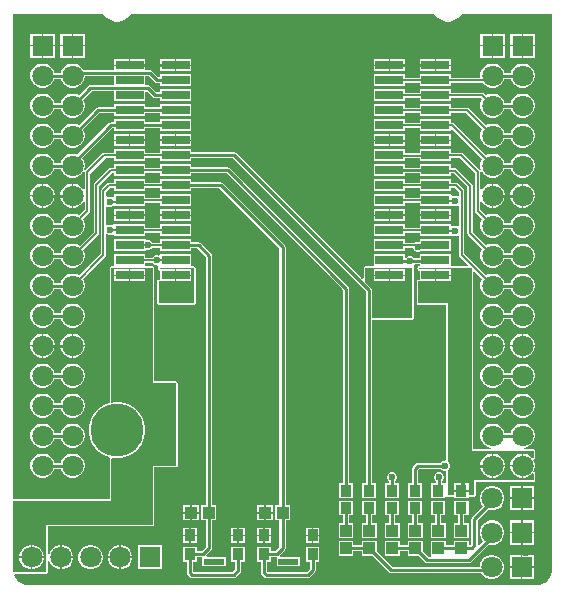
<source format=gtl>
G04*
G04 #@! TF.GenerationSoftware,Altium Limited,Altium Designer,21.0.8 (223)*
G04*
G04 Layer_Physical_Order=1*
G04 Layer_Color=255*
%FSLAX25Y25*%
%MOIN*%
G70*
G04*
G04 #@! TF.SameCoordinates,E8E4A7BE-DB6F-4252-8793-17DB4AC6D9EE*
G04*
G04*
G04 #@! TF.FilePolarity,Positive*
G04*
G01*
G75*
%ADD12C,0.00500*%
%ADD15C,0.00787*%
%ADD16C,0.01000*%
%ADD17R,0.09449X0.02992*%
%ADD18R,0.03543X0.03937*%
%ADD19R,0.06693X0.02165*%
%ADD20R,0.03937X0.04134*%
%ADD21R,0.03740X0.03937*%
%ADD22R,0.04134X0.03937*%
%ADD35R,0.07087X0.07087*%
%ADD36C,0.07087*%
%ADD37R,0.07087X0.07087*%
%ADD38C,0.17717*%
%ADD39C,0.02362*%
G36*
X89691Y-35000D02*
Y-35462D01*
X89511Y-36368D01*
X89157Y-37222D01*
X88644Y-37990D01*
X87990Y-38644D01*
X87222Y-39157D01*
X86368Y-39511D01*
X85462Y-39691D01*
X-85462D01*
X-86368Y-39511D01*
X-87222Y-39157D01*
X-87990Y-38644D01*
X-88644Y-37990D01*
X-89157Y-37222D01*
X-89467Y-36474D01*
X-89314Y-36119D01*
X-89195Y-35974D01*
X-78740D01*
X-78357Y-35816D01*
X-78199Y-35433D01*
Y-31719D01*
X-77699Y-31653D01*
X-77587Y-32072D01*
X-77054Y-32994D01*
X-76301Y-33747D01*
X-75380Y-34280D01*
X-74351Y-34555D01*
X-74069D01*
Y-30512D01*
Y-26469D01*
X-74351D01*
X-75380Y-26744D01*
X-76301Y-27276D01*
X-77054Y-28029D01*
X-77587Y-28951D01*
X-77699Y-29370D01*
X-78199Y-29304D01*
Y-20226D01*
X-43307D01*
X-42924Y-20068D01*
X-42766Y-19685D01*
Y-541D01*
X-35433D01*
X-35050Y-383D01*
X-34892Y0D01*
Y27559D01*
X-35050Y27942D01*
X-35433Y28100D01*
X-42766D01*
Y65945D01*
X-42924Y66328D01*
X-43307Y66486D01*
X-45760D01*
Y67514D01*
X-43353D01*
X-43325Y67448D01*
X-42852Y66975D01*
X-42234Y66719D01*
X-41780D01*
X-41563Y66220D01*
X-41594Y66145D01*
X-41677Y65966D01*
X-41682Y65824D01*
X-41655Y65750D01*
X-41664Y65716D01*
X-41609Y65621D01*
X-41565Y65466D01*
X-41551Y65448D01*
X-41542Y65443D01*
X-41539Y65435D01*
X-41491Y65413D01*
X-41458Y65356D01*
X-40989Y64993D01*
X-40854Y64957D01*
Y62435D01*
X-40897Y61969D01*
X-41381Y61931D01*
X-41548Y61846D01*
X-41721Y61774D01*
X-41730Y61753D01*
X-41750Y61743D01*
X-41808Y61564D01*
X-41880Y61391D01*
Y54134D01*
X-41721Y53751D01*
X-41339Y53593D01*
X-29528D01*
X-29145Y53751D01*
X-28986Y54134D01*
Y65945D01*
X-29145Y66328D01*
X-29528Y66486D01*
X-30406D01*
Y70421D01*
X-40854D01*
Y70328D01*
X-41354Y69994D01*
X-41566Y70081D01*
X-42234D01*
X-42852Y69825D01*
X-43325Y69352D01*
X-43332Y69336D01*
X-45760D01*
Y70421D01*
X-56209D01*
Y66486D01*
X-57087D01*
X-57469Y66328D01*
X-57628Y65945D01*
Y21355D01*
X-57622Y21313D01*
X-57625Y21302D01*
X-57840Y20827D01*
X-57857Y20807D01*
X-57927Y20777D01*
X-59551Y20104D01*
X-61084Y19080D01*
X-62387Y17777D01*
X-63411Y16244D01*
X-64117Y14541D01*
X-64476Y12733D01*
Y10889D01*
X-64117Y9081D01*
X-63411Y7378D01*
X-62387Y5846D01*
X-61084Y4542D01*
X-59551Y3518D01*
X-57927Y2845D01*
X-57857Y2815D01*
X-57840Y2795D01*
X-57625Y2320D01*
X-57622Y2309D01*
X-57628Y2267D01*
Y-11270D01*
X-89691D01*
Y150494D01*
X-80749D01*
X-59722Y150494D01*
X-59529Y150159D01*
X-58502Y149133D01*
X-57246Y148407D01*
X-55844Y148031D01*
X-54392D01*
X-52991Y148407D01*
X-51734Y149133D01*
X-50708Y150159D01*
X-50514Y150494D01*
X50514Y150494D01*
X50708Y150159D01*
X51734Y149133D01*
X52991Y148407D01*
X54392Y148031D01*
X55844D01*
X57246Y148407D01*
X58502Y149133D01*
X59529Y150159D01*
X59722Y150494D01*
X89691Y150494D01*
Y-35000D01*
D02*
G37*
G36*
X-29528Y54134D02*
X-41339D01*
Y61391D01*
X-40854Y61429D01*
X-40839Y61429D01*
X-35880D01*
Y63425D01*
Y65421D01*
X-40658D01*
X-41127Y65785D01*
X-41141Y65802D01*
X-41136Y65945D01*
X-29528D01*
Y54134D01*
D02*
G37*
G36*
X-43307Y27559D02*
X-35433D01*
Y0D01*
X-43307D01*
Y-19685D01*
X-78740D01*
Y-35433D01*
X-89691D01*
Y-35000D01*
Y-11811D01*
X-57087D01*
Y2267D01*
X-56700Y2584D01*
X-56040Y2453D01*
X-54196D01*
X-52388Y2812D01*
X-50685Y3518D01*
X-49153Y4542D01*
X-47849Y5846D01*
X-46825Y7378D01*
X-46119Y9081D01*
X-45760Y10889D01*
Y12733D01*
X-46119Y14541D01*
X-46825Y16244D01*
X-47849Y17777D01*
X-49153Y19080D01*
X-50685Y20104D01*
X-52388Y20810D01*
X-54196Y21169D01*
X-56040D01*
X-56700Y21038D01*
X-57087Y21355D01*
Y65945D01*
X-43307D01*
Y27559D01*
D02*
G37*
%LPC*%
G36*
X-65957Y144043D02*
X-69750D01*
Y140250D01*
X-65957D01*
Y144043D01*
D02*
G37*
G36*
X-75957D02*
X-79750D01*
Y140250D01*
X-75957D01*
Y144043D01*
D02*
G37*
G36*
X-70250D02*
X-74043D01*
Y140250D01*
X-70250D01*
Y144043D01*
D02*
G37*
G36*
X-80250D02*
X-84043D01*
Y140250D01*
X-80250D01*
Y144043D01*
D02*
G37*
G36*
X84043D02*
X80250D01*
Y140250D01*
X84043D01*
Y144043D01*
D02*
G37*
G36*
X74043D02*
X70250D01*
Y140250D01*
X74043D01*
Y144043D01*
D02*
G37*
G36*
X79750D02*
X75957D01*
Y140250D01*
X79750D01*
Y144043D01*
D02*
G37*
G36*
X69750D02*
X65957D01*
Y140250D01*
X69750D01*
Y144043D01*
D02*
G37*
G36*
X84043Y139750D02*
X80250D01*
Y135957D01*
X84043D01*
Y139750D01*
D02*
G37*
G36*
X79750D02*
X75957D01*
Y135957D01*
X79750D01*
Y139750D01*
D02*
G37*
G36*
X74043D02*
X70250D01*
Y135957D01*
X74043D01*
Y139750D01*
D02*
G37*
G36*
X69750D02*
X65957D01*
Y135957D01*
X69750D01*
Y139750D01*
D02*
G37*
G36*
X-65957Y139750D02*
X-69750D01*
Y135957D01*
X-65957D01*
Y139750D01*
D02*
G37*
G36*
X-70250D02*
X-74043D01*
Y135957D01*
X-70250D01*
Y139750D01*
D02*
G37*
G36*
X-75957D02*
X-79750D01*
Y135957D01*
X-75957D01*
Y139750D01*
D02*
G37*
G36*
X-80250D02*
X-84043D01*
Y135957D01*
X-80250D01*
Y139750D01*
D02*
G37*
G36*
X56209Y135421D02*
X51234D01*
Y133675D01*
X56209D01*
Y135421D01*
D02*
G37*
G36*
X40854D02*
X35880D01*
Y133675D01*
X40854D01*
Y135421D01*
D02*
G37*
G36*
X-30406D02*
X-35380D01*
Y133675D01*
X-30406D01*
Y135421D01*
D02*
G37*
G36*
X-45760D02*
X-50734D01*
Y133675D01*
X-45760D01*
Y135421D01*
D02*
G37*
G36*
X50734D02*
X45760D01*
Y133675D01*
X50734D01*
Y135421D01*
D02*
G37*
G36*
X35380D02*
X30406D01*
Y133675D01*
X35380D01*
Y135421D01*
D02*
G37*
G36*
X-35880D02*
X-40854D01*
Y133675D01*
X-35880D01*
Y135421D01*
D02*
G37*
G36*
X-51234D02*
X-56209D01*
Y133675D01*
X-51234D01*
Y135421D01*
D02*
G37*
G36*
X56209Y133175D02*
X51234D01*
Y131429D01*
X56209D01*
Y133175D01*
D02*
G37*
G36*
X50734D02*
X45760D01*
Y131429D01*
X50734D01*
Y133175D01*
D02*
G37*
G36*
X40854D02*
X35880D01*
Y131429D01*
X40854D01*
Y133175D01*
D02*
G37*
G36*
X35380D02*
X30406D01*
Y131429D01*
X35380D01*
Y133175D01*
D02*
G37*
G36*
X-30406D02*
X-35380D01*
Y131429D01*
X-30406D01*
Y133175D01*
D02*
G37*
G36*
X-35880D02*
X-40854D01*
Y131429D01*
X-35880D01*
Y133175D01*
D02*
G37*
G36*
X80532Y134043D02*
X79468D01*
X78439Y133768D01*
X77517Y133235D01*
X76765Y132483D01*
X76232Y131561D01*
X76087Y131020D01*
X73913D01*
X73768Y131561D01*
X73235Y132483D01*
X72483Y133235D01*
X71561Y133768D01*
X70532Y134043D01*
X69468D01*
X68439Y133768D01*
X67517Y133235D01*
X66764Y132483D01*
X66232Y131561D01*
X65957Y130532D01*
Y129468D01*
X65877Y129364D01*
X60801D01*
X60720Y129380D01*
X56209D01*
Y130421D01*
X45760D01*
Y129336D01*
X40854D01*
Y130421D01*
X30406D01*
Y126429D01*
X40854D01*
Y127514D01*
X45760D01*
Y126429D01*
X56209D01*
Y127558D01*
X60654D01*
X60736Y127542D01*
X66751D01*
X66764Y127517D01*
X67517Y126765D01*
X68439Y126232D01*
X69468Y125957D01*
X70532D01*
X71561Y126232D01*
X72483Y126765D01*
X73235Y127517D01*
X73768Y128439D01*
X73913Y128980D01*
X76087D01*
X76232Y128439D01*
X76765Y127517D01*
X77517Y126765D01*
X78439Y126232D01*
X79468Y125957D01*
X80532D01*
X81561Y126232D01*
X82483Y126765D01*
X83236Y127517D01*
X83768Y128439D01*
X84043Y129468D01*
Y130532D01*
X83768Y131561D01*
X83236Y132483D01*
X82483Y133235D01*
X81561Y133768D01*
X80532Y134043D01*
D02*
G37*
G36*
X-69468D02*
X-70532D01*
X-71561Y133768D01*
X-72483Y133235D01*
X-73235Y132483D01*
X-73768Y131561D01*
X-73913Y131020D01*
X-76087D01*
X-76232Y131561D01*
X-76765Y132483D01*
X-77517Y133235D01*
X-78439Y133768D01*
X-79468Y134043D01*
X-80532D01*
X-81561Y133768D01*
X-82483Y133235D01*
X-83236Y132483D01*
X-83768Y131561D01*
X-84043Y130532D01*
Y129468D01*
X-83768Y128439D01*
X-83236Y127517D01*
X-82483Y126765D01*
X-81561Y126232D01*
X-80532Y125957D01*
X-79468D01*
X-78439Y126232D01*
X-77517Y126765D01*
X-76765Y127517D01*
X-76232Y128439D01*
X-76087Y128980D01*
X-73913D01*
X-73768Y128439D01*
X-73235Y127517D01*
X-72483Y126765D01*
X-71561Y126232D01*
X-70532Y125957D01*
X-69468D01*
X-68439Y126232D01*
X-67517Y126765D01*
X-66764Y127517D01*
X-66232Y128439D01*
X-65957Y129468D01*
Y129902D01*
X-56209D01*
Y126941D01*
X-64079D01*
X-64469Y126863D01*
X-64800Y126642D01*
X-67954Y123488D01*
X-68439Y123768D01*
X-69468Y124043D01*
X-70532D01*
X-71561Y123768D01*
X-72483Y123235D01*
X-73235Y122483D01*
X-73768Y121561D01*
X-73913Y121020D01*
X-76087D01*
X-76232Y121561D01*
X-76765Y122483D01*
X-77517Y123235D01*
X-78439Y123768D01*
X-79468Y124043D01*
X-80532D01*
X-81561Y123768D01*
X-82483Y123235D01*
X-83236Y122483D01*
X-83768Y121561D01*
X-84043Y120532D01*
Y119468D01*
X-83768Y118439D01*
X-83236Y117517D01*
X-82483Y116765D01*
X-81561Y116232D01*
X-80532Y115957D01*
X-79468D01*
X-78439Y116232D01*
X-77517Y116765D01*
X-76765Y117517D01*
X-76232Y118439D01*
X-76087Y118980D01*
X-73913D01*
X-73768Y118439D01*
X-73235Y117517D01*
X-72483Y116765D01*
X-71561Y116232D01*
X-70532Y115957D01*
X-69468D01*
X-68439Y116232D01*
X-67517Y116765D01*
X-66764Y117517D01*
X-66232Y118439D01*
X-65957Y119468D01*
Y120532D01*
X-66232Y121561D01*
X-66512Y122046D01*
X-63656Y124902D01*
X-56209D01*
Y121429D01*
X-45760D01*
Y124533D01*
X-45260Y124740D01*
X-43224Y122704D01*
X-42893Y122483D01*
X-42503Y122406D01*
X-40854D01*
Y121429D01*
X-30406D01*
Y125421D01*
X-40854D01*
Y124445D01*
X-42081D01*
X-44278Y126642D01*
X-44609Y126863D01*
X-44999Y126941D01*
X-45760D01*
Y129902D01*
X-44644D01*
X-42446Y127704D01*
X-42115Y127483D01*
X-41725Y127406D01*
X-40854D01*
Y126429D01*
X-30406D01*
Y130421D01*
X-40854D01*
Y129569D01*
X-41354Y129496D01*
X-43500Y131642D01*
X-43831Y131863D01*
X-44221Y131941D01*
X-45760D01*
Y133175D01*
X-50984D01*
X-56209D01*
Y131941D01*
X-66452D01*
X-66764Y132483D01*
X-67517Y133235D01*
X-68439Y133768D01*
X-69468Y134043D01*
D02*
G37*
G36*
X56209Y125421D02*
X45760D01*
Y124336D01*
X40854D01*
Y125421D01*
X30406D01*
Y121429D01*
X40854D01*
Y122514D01*
X45760D01*
Y121429D01*
X56209D01*
Y122514D01*
X66197D01*
X66568Y122143D01*
X66232Y121561D01*
X65957Y120532D01*
Y119468D01*
X66232Y118439D01*
X66764Y117517D01*
X67517Y116765D01*
X68439Y116232D01*
X69468Y115957D01*
X70532D01*
X71561Y116232D01*
X72483Y116765D01*
X73235Y117517D01*
X73768Y118439D01*
X73913Y118980D01*
X76087D01*
X76232Y118439D01*
X76765Y117517D01*
X77517Y116765D01*
X78439Y116232D01*
X79468Y115957D01*
X80532D01*
X81561Y116232D01*
X82483Y116765D01*
X83236Y117517D01*
X83768Y118439D01*
X84043Y119468D01*
Y120532D01*
X83768Y121561D01*
X83236Y122483D01*
X82483Y123235D01*
X81561Y123768D01*
X80532Y124043D01*
X79468D01*
X78439Y123768D01*
X77517Y123235D01*
X76765Y122483D01*
X76232Y121561D01*
X76087Y121020D01*
X73913D01*
X73768Y121561D01*
X73235Y122483D01*
X72483Y123235D01*
X71561Y123768D01*
X70532Y124043D01*
X69468D01*
X68439Y123768D01*
X67857Y123432D01*
X67219Y124069D01*
X66923Y124267D01*
X66575Y124336D01*
X56209D01*
Y125421D01*
D02*
G37*
G36*
X-30406Y120421D02*
X-40854D01*
Y119445D01*
X-45760D01*
Y120421D01*
X-56209D01*
Y119445D01*
X-61575D01*
X-61965Y119367D01*
X-62296Y119146D01*
X-67954Y113488D01*
X-68439Y113768D01*
X-69468Y114043D01*
X-70532D01*
X-71561Y113768D01*
X-72483Y113235D01*
X-73235Y112483D01*
X-73768Y111561D01*
X-73913Y111020D01*
X-76087D01*
X-76232Y111561D01*
X-76765Y112483D01*
X-77517Y113235D01*
X-78439Y113768D01*
X-79468Y114043D01*
X-80532D01*
X-81561Y113768D01*
X-82483Y113235D01*
X-83236Y112483D01*
X-83768Y111561D01*
X-84043Y110532D01*
Y109468D01*
X-83768Y108439D01*
X-83236Y107517D01*
X-82483Y106765D01*
X-81561Y106232D01*
X-80532Y105957D01*
X-79468D01*
X-78439Y106232D01*
X-77517Y106765D01*
X-76765Y107517D01*
X-76232Y108439D01*
X-76087Y108980D01*
X-73913D01*
X-73768Y108439D01*
X-73235Y107517D01*
X-72483Y106765D01*
X-71561Y106232D01*
X-70532Y105957D01*
X-69468D01*
X-68439Y106232D01*
X-67517Y106765D01*
X-66764Y107517D01*
X-66232Y108439D01*
X-65957Y109468D01*
Y110532D01*
X-66232Y111561D01*
X-66512Y112046D01*
X-61152Y117406D01*
X-56209D01*
Y116429D01*
X-45760D01*
Y117406D01*
X-40854D01*
Y116429D01*
X-30406D01*
Y120421D01*
D02*
G37*
G36*
X56209D02*
X45760D01*
Y119336D01*
X40854D01*
Y120421D01*
X30406D01*
Y116429D01*
X40854D01*
Y117514D01*
X45760D01*
Y116429D01*
X56209D01*
Y117514D01*
X61197D01*
X66568Y112143D01*
X66232Y111561D01*
X65957Y110532D01*
Y109468D01*
X66232Y108439D01*
X66764Y107517D01*
X67517Y106765D01*
X68439Y106232D01*
X69468Y105957D01*
X70532D01*
X71561Y106232D01*
X72483Y106765D01*
X73235Y107517D01*
X73768Y108439D01*
X73913Y108980D01*
X76087D01*
X76232Y108439D01*
X76765Y107517D01*
X77517Y106765D01*
X78439Y106232D01*
X79468Y105957D01*
X80532D01*
X81561Y106232D01*
X82483Y106765D01*
X83236Y107517D01*
X83768Y108439D01*
X84043Y109468D01*
Y110532D01*
X83768Y111561D01*
X83236Y112483D01*
X82483Y113235D01*
X81561Y113768D01*
X80532Y114043D01*
X79468D01*
X78439Y113768D01*
X77517Y113235D01*
X76765Y112483D01*
X76232Y111561D01*
X76087Y111020D01*
X73913D01*
X73768Y111561D01*
X73235Y112483D01*
X72483Y113235D01*
X71561Y113768D01*
X70532Y114043D01*
X69468D01*
X68439Y113768D01*
X67857Y113432D01*
X62219Y119070D01*
X61923Y119267D01*
X61575Y119336D01*
X56209D01*
Y120421D01*
D02*
G37*
G36*
X-30406Y115421D02*
X-40854D01*
Y114445D01*
X-45760D01*
Y115421D01*
X-56209D01*
Y114445D01*
X-57275D01*
X-57665Y114367D01*
X-57996Y114146D01*
X-68398Y103744D01*
X-68439Y103768D01*
X-69468Y104043D01*
X-70532D01*
X-71561Y103768D01*
X-72483Y103235D01*
X-73235Y102483D01*
X-73768Y101561D01*
X-73913Y101020D01*
X-76087D01*
X-76232Y101561D01*
X-76765Y102483D01*
X-77517Y103235D01*
X-78439Y103768D01*
X-79468Y104043D01*
X-80532D01*
X-81561Y103768D01*
X-82483Y103235D01*
X-83236Y102483D01*
X-83768Y101561D01*
X-84043Y100532D01*
Y99468D01*
X-83768Y98439D01*
X-83236Y97517D01*
X-82483Y96764D01*
X-81561Y96232D01*
X-80532Y95957D01*
X-79468D01*
X-78439Y96232D01*
X-77517Y96764D01*
X-76765Y97517D01*
X-76232Y98439D01*
X-76087Y98980D01*
X-73913D01*
X-73768Y98439D01*
X-73235Y97517D01*
X-72483Y96764D01*
X-71561Y96232D01*
X-70532Y95957D01*
X-69468D01*
X-68439Y96232D01*
X-67517Y96764D01*
X-66764Y97517D01*
X-66426Y98104D01*
X-66419Y98116D01*
X-65944Y97938D01*
X-65955Y97882D01*
X-65987Y97724D01*
Y92136D01*
X-66487Y92002D01*
X-66764Y92483D01*
X-67517Y93235D01*
X-68439Y93768D01*
X-69468Y94043D01*
X-69750D01*
Y90000D01*
Y85957D01*
X-69468D01*
X-68439Y86232D01*
X-67517Y86765D01*
X-66764Y87517D01*
X-66487Y87998D01*
X-65987Y87864D01*
Y85302D01*
X-67857Y83432D01*
X-68439Y83768D01*
X-69468Y84043D01*
X-70532D01*
X-71561Y83768D01*
X-72483Y83236D01*
X-73235Y82483D01*
X-73768Y81561D01*
X-73913Y81020D01*
X-76087D01*
X-76232Y81561D01*
X-76765Y82483D01*
X-77517Y83236D01*
X-78439Y83768D01*
X-79468Y84043D01*
X-80532D01*
X-81561Y83768D01*
X-82483Y83236D01*
X-83236Y82483D01*
X-83768Y81561D01*
X-84043Y80532D01*
Y79468D01*
X-83768Y78439D01*
X-83236Y77517D01*
X-82483Y76765D01*
X-81561Y76232D01*
X-80532Y75957D01*
X-79468D01*
X-78439Y76232D01*
X-77517Y76765D01*
X-76765Y77517D01*
X-76232Y78439D01*
X-76087Y78980D01*
X-73913D01*
X-73768Y78439D01*
X-73235Y77517D01*
X-72483Y76765D01*
X-71561Y76232D01*
X-70532Y75957D01*
X-69468D01*
X-68439Y76232D01*
X-67517Y76765D01*
X-66764Y77517D01*
X-66232Y78439D01*
X-65957Y79468D01*
Y80532D01*
X-66232Y81561D01*
X-66568Y82143D01*
X-64431Y84280D01*
X-64234Y84576D01*
X-64164Y84924D01*
Y97347D01*
X-58997Y102514D01*
X-56209D01*
Y101429D01*
X-45760D01*
Y102507D01*
X-40854D01*
Y101429D01*
X-30406D01*
Y102406D01*
X-16447D01*
X27841Y58117D01*
Y-5931D01*
X26491D01*
Y-10868D01*
X31231D01*
Y-5931D01*
X29880D01*
Y48671D01*
X43307D01*
X43690Y48830D01*
X43848Y49213D01*
Y65945D01*
X43690Y66328D01*
X43684Y66347D01*
X43659Y66882D01*
X44025Y67248D01*
X44044Y67293D01*
X45760D01*
Y66486D01*
X45478D01*
X45296Y66411D01*
X45111Y66342D01*
X45106Y66332D01*
X45096Y66328D01*
X45020Y66145D01*
X44938Y65966D01*
X44932Y65824D01*
X44959Y65750D01*
X44950Y65716D01*
X45005Y65621D01*
X45049Y65466D01*
X45063Y65448D01*
X45072Y65443D01*
X45075Y65435D01*
X45124Y65413D01*
X45156Y65356D01*
X45625Y64993D01*
X45760Y64957D01*
Y62434D01*
X45735Y61969D01*
X45235Y61931D01*
X45067Y61846D01*
X44893Y61774D01*
X44884Y61754D01*
X44865Y61744D01*
X44806Y61565D01*
X44734Y61391D01*
X44734Y54134D01*
X44893Y53751D01*
X45276Y53593D01*
X54564D01*
X54585Y2145D01*
X54085Y1681D01*
X53830D01*
X53212Y1425D01*
X52807Y1020D01*
X45276D01*
X44885Y942D01*
X44555Y721D01*
X43570Y-263D01*
X43349Y-594D01*
X43272Y-984D01*
Y-5931D01*
X41877D01*
Y-10868D01*
X46617D01*
Y-5931D01*
X45311D01*
Y-1407D01*
X45698Y-1020D01*
X52807D01*
X53212Y-1425D01*
X53830Y-1681D01*
X54499D01*
X54587Y-1740D01*
X54588Y-5546D01*
X54088Y-5931D01*
X53185D01*
Y-5295D01*
X53591Y-4889D01*
X53847Y-4271D01*
Y-3603D01*
X53591Y-2985D01*
X53118Y-2512D01*
X52500Y-2256D01*
X51831D01*
X51213Y-2512D01*
X50740Y-2985D01*
X50484Y-3603D01*
Y-4271D01*
X50740Y-4889D01*
X51146Y-5295D01*
Y-5931D01*
X49570D01*
Y-10868D01*
X54310D01*
Y-10440D01*
X54810Y-10251D01*
X54937Y-10303D01*
X55131Y-10384D01*
X57263D01*
Y-10868D01*
X62003D01*
Y-10384D01*
X63976D01*
X64359Y-10225D01*
X64518Y-9843D01*
Y-5463D01*
X83661D01*
X84044Y-5304D01*
X84203Y-4921D01*
Y-2661D01*
X84143Y-2518D01*
X84114Y-2365D01*
X84066Y-2332D01*
X84044Y-2279D01*
X83952Y-2241D01*
X83725Y-2025D01*
X83627Y-1805D01*
X83768Y-1561D01*
X84043Y-532D01*
Y532D01*
X83768Y1561D01*
X83627Y1805D01*
X83725Y2025D01*
X83952Y2241D01*
X84044Y2279D01*
X84066Y2332D01*
X84114Y2365D01*
X84143Y2518D01*
X84203Y2661D01*
Y4921D01*
X84044Y5304D01*
X83661Y5463D01*
X80546D01*
X80532Y5957D01*
X81561Y6232D01*
X82483Y6764D01*
X83236Y7517D01*
X83768Y8439D01*
X84043Y9468D01*
Y10532D01*
X83768Y11561D01*
X83236Y12483D01*
X82483Y13236D01*
X81561Y13768D01*
X80532Y14043D01*
X79468D01*
X78439Y13768D01*
X77517Y13236D01*
X76765Y12483D01*
X76232Y11561D01*
X76087Y11020D01*
X73913D01*
X73768Y11561D01*
X73235Y12483D01*
X72483Y13236D01*
X71561Y13768D01*
X70532Y14043D01*
X69468D01*
X68439Y13768D01*
X67517Y13236D01*
X66764Y12483D01*
X66232Y11561D01*
X65957Y10532D01*
Y9468D01*
X66232Y8439D01*
X66764Y7517D01*
X67517Y6764D01*
X68439Y6232D01*
X69468Y5957D01*
X69454Y5463D01*
X63533D01*
X63533Y64525D01*
X63995Y64716D01*
X66568Y62143D01*
X66232Y61561D01*
X65957Y60532D01*
Y59468D01*
X66232Y58439D01*
X66764Y57517D01*
X67517Y56765D01*
X68439Y56232D01*
X69468Y55957D01*
X70532D01*
X71561Y56232D01*
X72483Y56765D01*
X73235Y57517D01*
X73768Y58439D01*
X73913Y58980D01*
X76087D01*
X76232Y58439D01*
X76765Y57517D01*
X77517Y56765D01*
X78439Y56232D01*
X79468Y55957D01*
X80532D01*
X81561Y56232D01*
X82483Y56765D01*
X83236Y57517D01*
X83768Y58439D01*
X84043Y59468D01*
Y60532D01*
X83768Y61561D01*
X83236Y62483D01*
X82483Y63235D01*
X81561Y63768D01*
X80532Y64043D01*
X79468D01*
X78439Y63768D01*
X77517Y63235D01*
X76765Y62483D01*
X76232Y61561D01*
X76087Y61020D01*
X73913D01*
X73768Y61561D01*
X73235Y62483D01*
X72483Y63235D01*
X71561Y63768D01*
X70532Y64043D01*
X69468D01*
X68439Y63768D01*
X67857Y63432D01*
X60611Y70677D01*
Y91700D01*
X60542Y92049D01*
X60344Y92344D01*
X58619Y94069D01*
X58324Y94267D01*
X57975Y94336D01*
X56209D01*
Y95421D01*
X45760D01*
Y94330D01*
X40854D01*
Y95421D01*
X30406D01*
Y91429D01*
X40854D01*
Y92507D01*
X45760D01*
Y91429D01*
X56209D01*
Y92514D01*
X57597D01*
X58789Y91323D01*
Y90042D01*
X58289Y89798D01*
X57826Y89989D01*
X57157D01*
X56709Y89804D01*
X56209Y90056D01*
Y90421D01*
X45760D01*
Y89336D01*
X40854D01*
Y90421D01*
X30406D01*
Y86429D01*
X40854D01*
Y87514D01*
X45760D01*
Y86429D01*
X56209D01*
Y86561D01*
X56709Y86813D01*
X57157Y86627D01*
X57826D01*
X58289Y86819D01*
X58789Y86575D01*
Y80042D01*
X58289Y79793D01*
X57834Y79981D01*
X57166D01*
X56709Y79792D01*
X56209Y80039D01*
Y80421D01*
X45760D01*
Y79330D01*
X40854D01*
Y80421D01*
X30406D01*
Y76429D01*
X40854D01*
Y77507D01*
X45760D01*
Y76429D01*
X56209D01*
Y76561D01*
X56709Y76808D01*
X57166Y76619D01*
X57834D01*
X58289Y76807D01*
X58789Y76558D01*
Y70300D01*
X58858Y69951D01*
X59056Y69656D01*
X61763Y66948D01*
X61572Y66486D01*
X56209D01*
Y70421D01*
X45760D01*
Y69332D01*
X43845D01*
X43552Y69625D01*
X42934Y69881D01*
X42266D01*
X41648Y69625D01*
X41355Y69332D01*
X40854D01*
Y70421D01*
X30406D01*
Y66486D01*
X27559D01*
X27176Y66328D01*
X27018Y65945D01*
Y62477D01*
X26556Y62286D01*
X-15304Y104146D01*
X-15635Y104367D01*
X-16025Y104445D01*
X-30406D01*
Y105421D01*
X-40854D01*
Y104330D01*
X-45760D01*
Y105421D01*
X-56209D01*
Y104336D01*
X-59375D01*
X-59724Y104267D01*
X-60019Y104069D01*
X-65720Y98369D01*
X-65743Y98335D01*
X-66204Y98544D01*
X-66198Y98568D01*
X-65957Y99468D01*
Y100532D01*
X-66232Y101561D01*
X-66764Y102483D01*
X-66770Y102488D01*
X-56853Y112406D01*
X-56209D01*
Y111429D01*
X-45760D01*
Y112406D01*
X-40854D01*
Y111429D01*
X-30406D01*
Y115421D01*
D02*
G37*
G36*
X56209D02*
X45760D01*
Y114343D01*
X40854D01*
Y115421D01*
X30406D01*
Y111429D01*
X40854D01*
Y112521D01*
X45760D01*
Y111429D01*
X56209D01*
Y111849D01*
X56671Y112041D01*
X66568Y102143D01*
X66232Y101561D01*
X65957Y100532D01*
Y99468D01*
X66198Y98568D01*
X66204Y98544D01*
X65743Y98335D01*
X65720Y98369D01*
X60019Y104069D01*
X59724Y104267D01*
X59375Y104336D01*
X56209D01*
Y105421D01*
X45760D01*
Y104232D01*
X40854D01*
Y105421D01*
X30406D01*
Y101429D01*
X40854D01*
Y102409D01*
X45760D01*
Y101429D01*
X56209D01*
Y102514D01*
X58997D01*
X64164Y97347D01*
Y84924D01*
X64234Y84576D01*
X64431Y84280D01*
X66568Y82143D01*
X66232Y81561D01*
X65957Y80532D01*
Y79468D01*
X66232Y78439D01*
X66764Y77517D01*
X67517Y76765D01*
X68439Y76232D01*
X69468Y75957D01*
X70532D01*
X71561Y76232D01*
X72483Y76765D01*
X73235Y77517D01*
X73768Y78439D01*
X73913Y78980D01*
X76087D01*
X76232Y78439D01*
X76765Y77517D01*
X77517Y76765D01*
X78439Y76232D01*
X79468Y75957D01*
X80532D01*
X81561Y76232D01*
X82483Y76765D01*
X83236Y77517D01*
X83768Y78439D01*
X84043Y79468D01*
Y80532D01*
X83768Y81561D01*
X83236Y82483D01*
X82483Y83236D01*
X81561Y83768D01*
X80532Y84043D01*
X79468D01*
X78439Y83768D01*
X77517Y83236D01*
X76765Y82483D01*
X76232Y81561D01*
X76087Y81020D01*
X73913D01*
X73768Y81561D01*
X73235Y82483D01*
X72483Y83236D01*
X71561Y83768D01*
X70532Y84043D01*
X69468D01*
X68439Y83768D01*
X67857Y83432D01*
X65987Y85302D01*
Y87864D01*
X66487Y87998D01*
X66764Y87517D01*
X67517Y86765D01*
X68439Y86232D01*
X69468Y85957D01*
X69750D01*
Y90000D01*
Y94043D01*
X69468D01*
X68439Y93768D01*
X67517Y93235D01*
X66764Y92483D01*
X66487Y92002D01*
X65987Y92136D01*
Y97724D01*
X65955Y97882D01*
X65944Y97938D01*
X66419Y98116D01*
X66426Y98105D01*
X66764Y97517D01*
X67517Y96764D01*
X68439Y96232D01*
X69468Y95957D01*
X70532D01*
X71561Y96232D01*
X72483Y96764D01*
X73235Y97517D01*
X73768Y98439D01*
X73913Y98980D01*
X76087D01*
X76232Y98439D01*
X76765Y97517D01*
X77517Y96764D01*
X78439Y96232D01*
X79468Y95957D01*
X80532D01*
X81561Y96232D01*
X82483Y96764D01*
X83236Y97517D01*
X83768Y98439D01*
X84043Y99468D01*
Y100532D01*
X83768Y101561D01*
X83236Y102483D01*
X82483Y103235D01*
X81561Y103768D01*
X80532Y104043D01*
X79468D01*
X78439Y103768D01*
X77517Y103235D01*
X76765Y102483D01*
X76232Y101561D01*
X76087Y101020D01*
X73913D01*
X73768Y101561D01*
X73235Y102483D01*
X72483Y103235D01*
X71561Y103768D01*
X70532Y104043D01*
X69468D01*
X68439Y103768D01*
X67857Y103432D01*
X57213Y114076D01*
X56917Y114274D01*
X56568Y114343D01*
X56209D01*
Y115421D01*
D02*
G37*
G36*
Y110421D02*
X51234D01*
Y108675D01*
X56209D01*
Y110421D01*
D02*
G37*
G36*
X40854D02*
X35880D01*
Y108675D01*
X40854D01*
Y110421D01*
D02*
G37*
G36*
X-30406D02*
X-35380D01*
Y108675D01*
X-30406D01*
Y110421D01*
D02*
G37*
G36*
X-45760D02*
X-50734D01*
Y108675D01*
X-45760D01*
Y110421D01*
D02*
G37*
G36*
X-35880D02*
X-40854D01*
Y108675D01*
X-35880D01*
Y110421D01*
D02*
G37*
G36*
X50734D02*
X45760D01*
Y108675D01*
X50734D01*
Y110421D01*
D02*
G37*
G36*
X35380D02*
X30406D01*
Y108675D01*
X35380D01*
Y110421D01*
D02*
G37*
G36*
X-51234D02*
X-56209D01*
Y108675D01*
X-51234D01*
Y110421D01*
D02*
G37*
G36*
X56209Y108175D02*
X51234D01*
Y106429D01*
X56209D01*
Y108175D01*
D02*
G37*
G36*
X50734D02*
X45760D01*
Y106429D01*
X50734D01*
Y108175D01*
D02*
G37*
G36*
X40854D02*
X35880D01*
Y106429D01*
X40854D01*
Y108175D01*
D02*
G37*
G36*
X35380D02*
X30406D01*
Y106429D01*
X35380D01*
Y108175D01*
D02*
G37*
G36*
X-30406D02*
X-35380D01*
Y106429D01*
X-30406D01*
Y108175D01*
D02*
G37*
G36*
X-35880D02*
X-40854D01*
Y106429D01*
X-35880D01*
Y108175D01*
D02*
G37*
G36*
X-45760D02*
X-50734D01*
Y106429D01*
X-45760D01*
Y108175D01*
D02*
G37*
G36*
X-51234D02*
X-56209D01*
Y106429D01*
X-51234D01*
Y108175D01*
D02*
G37*
G36*
X-30406Y100421D02*
X-40854D01*
Y99336D01*
X-45760D01*
Y100421D01*
X-56209D01*
Y99336D01*
X-57045D01*
X-57394Y99267D01*
X-57689Y99069D01*
X-62721Y94038D01*
X-62919Y93742D01*
X-62988Y93393D01*
Y77976D01*
X-67651Y73313D01*
X-68439Y73768D01*
X-69468Y74043D01*
X-70532D01*
X-71561Y73768D01*
X-72483Y73235D01*
X-73235Y72483D01*
X-73768Y71561D01*
X-73913Y71020D01*
X-76087D01*
X-76232Y71561D01*
X-76765Y72483D01*
X-77517Y73235D01*
X-78439Y73768D01*
X-79468Y74043D01*
X-80532D01*
X-81561Y73768D01*
X-82483Y73235D01*
X-83236Y72483D01*
X-83768Y71561D01*
X-84043Y70532D01*
Y69468D01*
X-83768Y68439D01*
X-83236Y67517D01*
X-82483Y66764D01*
X-81561Y66232D01*
X-80532Y65957D01*
X-79468D01*
X-78439Y66232D01*
X-77517Y66764D01*
X-76765Y67517D01*
X-76232Y68439D01*
X-76087Y68980D01*
X-73913D01*
X-73768Y68439D01*
X-73235Y67517D01*
X-72483Y66764D01*
X-71561Y66232D01*
X-70532Y65957D01*
X-69468D01*
X-68439Y66232D01*
X-67517Y66764D01*
X-66764Y67517D01*
X-66232Y68439D01*
X-65957Y69468D01*
Y70532D01*
X-66232Y71561D01*
X-66449Y71937D01*
X-61433Y76954D01*
X-61235Y77249D01*
X-61166Y77598D01*
Y93016D01*
X-56709Y97473D01*
X-56209Y97415D01*
Y96429D01*
X-45760D01*
Y97514D01*
X-40854D01*
Y96429D01*
X-30406D01*
Y97406D01*
X-18647D01*
X20148Y58610D01*
Y-5931D01*
X18798D01*
Y-10868D01*
X23538D01*
Y-5931D01*
X22187D01*
Y59032D01*
X22110Y59422D01*
X21889Y59753D01*
X-17504Y99146D01*
X-17835Y99367D01*
X-18225Y99445D01*
X-30406D01*
Y100421D01*
D02*
G37*
G36*
X56209D02*
X45760D01*
Y99330D01*
X40854D01*
Y100421D01*
X30406D01*
Y96429D01*
X40854D01*
Y97416D01*
X45760D01*
Y96429D01*
X56209D01*
Y97416D01*
X57091D01*
X61589Y92918D01*
Y77500D01*
X61658Y77151D01*
X61856Y76856D01*
X66568Y72143D01*
X66232Y71561D01*
X65957Y70532D01*
Y69468D01*
X66232Y68439D01*
X66764Y67517D01*
X67517Y66764D01*
X68439Y66232D01*
X69468Y65957D01*
X70532D01*
X71561Y66232D01*
X72483Y66764D01*
X73235Y67517D01*
X73768Y68439D01*
X73913Y68980D01*
X76087D01*
X76232Y68439D01*
X76765Y67517D01*
X77517Y66764D01*
X78439Y66232D01*
X79468Y65957D01*
X80532D01*
X81561Y66232D01*
X82483Y66764D01*
X83236Y67517D01*
X83768Y68439D01*
X84043Y69468D01*
Y70532D01*
X83768Y71561D01*
X83236Y72483D01*
X82483Y73235D01*
X81561Y73768D01*
X80532Y74043D01*
X79468D01*
X78439Y73768D01*
X77517Y73235D01*
X76765Y72483D01*
X76232Y71561D01*
X76087Y71020D01*
X73913D01*
X73768Y71561D01*
X73235Y72483D01*
X72483Y73235D01*
X71561Y73768D01*
X70532Y74043D01*
X69468D01*
X68439Y73768D01*
X67857Y73432D01*
X63411Y77877D01*
Y93295D01*
X63342Y93644D01*
X63144Y93939D01*
X58112Y98971D01*
X57817Y99169D01*
X57468Y99238D01*
X56209D01*
Y100421D01*
D02*
G37*
G36*
X-30406Y95421D02*
X-40854D01*
Y94330D01*
X-45760D01*
Y95421D01*
X-56209D01*
Y94336D01*
X-57975D01*
X-58324Y94267D01*
X-58619Y94069D01*
X-60344Y92344D01*
X-60542Y92049D01*
X-60611Y91700D01*
Y70677D01*
X-67857Y63432D01*
X-68439Y63768D01*
X-69468Y64043D01*
X-70532D01*
X-71561Y63768D01*
X-72483Y63235D01*
X-73235Y62483D01*
X-73768Y61561D01*
X-73913Y61020D01*
X-76087D01*
X-76232Y61561D01*
X-76765Y62483D01*
X-77517Y63235D01*
X-78439Y63768D01*
X-79468Y64043D01*
X-80532D01*
X-81561Y63768D01*
X-82483Y63235D01*
X-83236Y62483D01*
X-83768Y61561D01*
X-84043Y60532D01*
Y59468D01*
X-83768Y58439D01*
X-83236Y57517D01*
X-82483Y56765D01*
X-81561Y56232D01*
X-80532Y55957D01*
X-79468D01*
X-78439Y56232D01*
X-77517Y56765D01*
X-76765Y57517D01*
X-76232Y58439D01*
X-76087Y58980D01*
X-73913D01*
X-73768Y58439D01*
X-73235Y57517D01*
X-72483Y56765D01*
X-71561Y56232D01*
X-70532Y55957D01*
X-69468D01*
X-68439Y56232D01*
X-67517Y56765D01*
X-66764Y57517D01*
X-66232Y58439D01*
X-65957Y59468D01*
Y60532D01*
X-66232Y61561D01*
X-66568Y62143D01*
X-59056Y69656D01*
X-58858Y69951D01*
X-58789Y70300D01*
Y77058D01*
X-58289Y77242D01*
X-57724Y77009D01*
X-57055D01*
X-56709Y77152D01*
X-56209Y76840D01*
Y76429D01*
X-45760D01*
Y77507D01*
X-40854D01*
Y76429D01*
X-30406D01*
Y80421D01*
X-40854D01*
Y79330D01*
X-45760D01*
Y80421D01*
X-56209D01*
Y80421D01*
X-56709Y80227D01*
X-57055Y80371D01*
X-57724D01*
X-58289Y80137D01*
X-58789Y80322D01*
Y86158D01*
X-58289Y86466D01*
X-57934Y86319D01*
X-57266D01*
X-56709Y86550D01*
X-56209Y86429D01*
Y86429D01*
X-45760D01*
Y87507D01*
X-40854D01*
Y86429D01*
X-30406D01*
Y90421D01*
X-40854D01*
Y89330D01*
X-45760D01*
Y90421D01*
X-56209D01*
Y89639D01*
X-56709Y89450D01*
X-57266Y89681D01*
X-57934D01*
X-58289Y89534D01*
X-58789Y89842D01*
Y91323D01*
X-57597Y92514D01*
X-56209D01*
Y91429D01*
X-45760D01*
Y92507D01*
X-40854D01*
Y91429D01*
X-30406D01*
Y92406D01*
X-21047D01*
X-1020Y72378D01*
Y-13259D01*
X-2567D01*
Y-18196D01*
X-1020D01*
Y-27137D01*
X-2391Y-28508D01*
X-3831D01*
Y-27059D01*
X-8374D01*
Y-31996D01*
X-7122D01*
Y-35653D01*
X-7044Y-36044D01*
X-6823Y-36375D01*
X-6059Y-37138D01*
X-5729Y-37359D01*
X-5339Y-37437D01*
X8547D01*
X8937Y-37359D01*
X9268Y-37138D01*
X10760Y-35646D01*
X10981Y-35315D01*
X11059Y-34925D01*
Y-31996D01*
X12311D01*
Y-27059D01*
X7768D01*
Y-31996D01*
X9020D01*
Y-34502D01*
X8124Y-35398D01*
X-4916D01*
X-5083Y-35231D01*
Y-31996D01*
X-3831D01*
Y-30547D01*
X-1969D01*
X-1876Y-30623D01*
X-1876Y-30698D01*
Y-33571D01*
X5817D01*
Y-30406D01*
X-697D01*
X-905Y-29906D01*
X721Y-28280D01*
X942Y-27949D01*
X1020Y-27559D01*
Y-18196D01*
X2567D01*
Y-13259D01*
X1020D01*
Y72800D01*
X942Y73190D01*
X721Y73521D01*
X-19904Y94146D01*
X-20235Y94367D01*
X-20625Y94445D01*
X-30406D01*
Y95421D01*
D02*
G37*
G36*
X-79468Y94043D02*
X-79750D01*
Y90250D01*
X-75957D01*
Y90532D01*
X-76232Y91561D01*
X-76765Y92483D01*
X-77517Y93235D01*
X-78439Y93768D01*
X-79468Y94043D01*
D02*
G37*
G36*
X-70250D02*
X-70532D01*
X-71561Y93768D01*
X-72483Y93235D01*
X-73235Y92483D01*
X-73768Y91561D01*
X-74043Y90532D01*
Y90250D01*
X-70250D01*
Y94043D01*
D02*
G37*
G36*
X-80250D02*
X-80532D01*
X-81561Y93768D01*
X-82483Y93235D01*
X-83236Y92483D01*
X-83768Y91561D01*
X-84043Y90532D01*
Y90250D01*
X-80250D01*
Y94043D01*
D02*
G37*
G36*
X80532D02*
X80250D01*
Y90250D01*
X84043D01*
Y90532D01*
X83768Y91561D01*
X83236Y92483D01*
X82483Y93235D01*
X81561Y93768D01*
X80532Y94043D01*
D02*
G37*
G36*
X70532D02*
X70250D01*
Y90250D01*
X74043D01*
Y90532D01*
X73768Y91561D01*
X73235Y92483D01*
X72483Y93235D01*
X71561Y93768D01*
X70532Y94043D01*
D02*
G37*
G36*
X79750D02*
X79468D01*
X78439Y93768D01*
X77517Y93235D01*
X76765Y92483D01*
X76232Y91561D01*
X75957Y90532D01*
Y90250D01*
X79750D01*
Y94043D01*
D02*
G37*
G36*
X84043Y89750D02*
X80250D01*
Y85957D01*
X80532D01*
X81561Y86232D01*
X82483Y86765D01*
X83236Y87517D01*
X83768Y88439D01*
X84043Y89468D01*
Y89750D01*
D02*
G37*
G36*
X79750D02*
X75957D01*
Y89468D01*
X76232Y88439D01*
X76765Y87517D01*
X77517Y86765D01*
X78439Y86232D01*
X79468Y85957D01*
X79750D01*
Y89750D01*
D02*
G37*
G36*
X74043D02*
X70250D01*
Y85957D01*
X70532D01*
X71561Y86232D01*
X72483Y86765D01*
X73235Y87517D01*
X73768Y88439D01*
X74043Y89468D01*
Y89750D01*
D02*
G37*
G36*
X-70250Y89750D02*
X-74043D01*
Y89468D01*
X-73768Y88439D01*
X-73235Y87517D01*
X-72483Y86765D01*
X-71561Y86232D01*
X-70532Y85957D01*
X-70250D01*
Y89750D01*
D02*
G37*
G36*
X-75957D02*
X-79750D01*
Y85957D01*
X-79468D01*
X-78439Y86232D01*
X-77517Y86765D01*
X-76765Y87517D01*
X-76232Y88439D01*
X-75957Y89468D01*
Y89750D01*
D02*
G37*
G36*
X-80250D02*
X-84043D01*
Y89468D01*
X-83768Y88439D01*
X-83236Y87517D01*
X-82483Y86765D01*
X-81561Y86232D01*
X-80532Y85957D01*
X-80250D01*
Y89750D01*
D02*
G37*
G36*
X56209Y85421D02*
X51234D01*
Y83675D01*
X56209D01*
Y85421D01*
D02*
G37*
G36*
X40854D02*
X35880D01*
Y83675D01*
X40854D01*
Y85421D01*
D02*
G37*
G36*
X-30406D02*
X-35380D01*
Y83675D01*
X-30406D01*
Y85421D01*
D02*
G37*
G36*
X-45760D02*
X-50734D01*
Y83675D01*
X-45760D01*
Y85421D01*
D02*
G37*
G36*
X50734D02*
X45760D01*
Y83675D01*
X50734D01*
Y85421D01*
D02*
G37*
G36*
X35380D02*
X30406D01*
Y83675D01*
X35380D01*
Y85421D01*
D02*
G37*
G36*
X-35880D02*
X-40854D01*
Y83675D01*
X-35880D01*
Y85421D01*
D02*
G37*
G36*
X-51234D02*
X-56209D01*
Y83675D01*
X-51234D01*
Y85421D01*
D02*
G37*
G36*
X56209Y83175D02*
X51234D01*
Y81429D01*
X56209D01*
Y83175D01*
D02*
G37*
G36*
X50734D02*
X45760D01*
Y81429D01*
X50734D01*
Y83175D01*
D02*
G37*
G36*
X40854D02*
X35880D01*
Y81429D01*
X40854D01*
Y83175D01*
D02*
G37*
G36*
X35380D02*
X30406D01*
Y81429D01*
X35380D01*
Y83175D01*
D02*
G37*
G36*
X-30406D02*
X-35380D01*
Y81429D01*
X-30406D01*
Y83175D01*
D02*
G37*
G36*
X-35880D02*
X-40854D01*
Y81429D01*
X-35880D01*
Y83175D01*
D02*
G37*
G36*
X-45760D02*
X-50734D01*
Y81429D01*
X-45760D01*
Y83175D01*
D02*
G37*
G36*
X-51234D02*
X-56209D01*
Y81429D01*
X-51234D01*
Y83175D01*
D02*
G37*
G36*
X56209Y75421D02*
X45760D01*
Y74899D01*
X45434Y74681D01*
X44766D01*
X44148Y74425D01*
X44059Y74336D01*
X40854D01*
Y75421D01*
X30406D01*
Y71429D01*
X40854D01*
Y72514D01*
X43482D01*
X43675Y72048D01*
X44148Y71575D01*
X44766Y71319D01*
X45434D01*
X45737Y71444D01*
X45760Y71429D01*
Y71429D01*
X56209D01*
Y75421D01*
D02*
G37*
G36*
X-30406D02*
X-40854D01*
Y74330D01*
X-43424D01*
X-43475Y74452D01*
X-43948Y74925D01*
X-44566Y75181D01*
X-45234D01*
X-45344Y75136D01*
X-45760Y75414D01*
Y75421D01*
X-56209D01*
Y71429D01*
X-45760D01*
Y71587D01*
X-45344Y71864D01*
X-45234Y71819D01*
X-44566D01*
X-43948Y72075D01*
X-43515Y72507D01*
X-40854D01*
Y71429D01*
X-30406D01*
Y72406D01*
X-28420D01*
X-25626Y69612D01*
Y-13259D01*
X-27173D01*
Y-18196D01*
X-25626D01*
Y-27137D01*
X-26997Y-28508D01*
X-28634D01*
Y-27059D01*
X-33177D01*
Y-31996D01*
X-31925D01*
Y-35653D01*
X-31848Y-36044D01*
X-31626Y-36375D01*
X-30863Y-37138D01*
X-30532Y-37359D01*
X-30142Y-37437D01*
X-16256D01*
X-15866Y-37359D01*
X-15536Y-37138D01*
X-14043Y-35646D01*
X-13822Y-35315D01*
X-13744Y-34925D01*
Y-31996D01*
X-12492D01*
Y-27059D01*
X-17035D01*
Y-31996D01*
X-15783D01*
Y-34502D01*
X-16679Y-35398D01*
X-29719D01*
X-29886Y-35231D01*
Y-31996D01*
X-28634D01*
Y-30547D01*
X-26680D01*
Y-33571D01*
X-18987D01*
Y-30406D01*
X-25304D01*
X-25511Y-29906D01*
X-23885Y-28280D01*
X-23664Y-27949D01*
X-23587Y-27559D01*
Y-18196D01*
X-22039D01*
Y-13259D01*
X-23587D01*
Y70034D01*
X-23664Y70424D01*
X-23885Y70755D01*
X-27277Y74146D01*
X-27608Y74367D01*
X-27998Y74445D01*
X-30406D01*
Y75421D01*
D02*
G37*
G36*
X80532Y54043D02*
X79468D01*
X78439Y53768D01*
X77517Y53236D01*
X76765Y52483D01*
X76232Y51561D01*
X76087Y51020D01*
X73913D01*
X73768Y51561D01*
X73235Y52483D01*
X72483Y53236D01*
X71561Y53768D01*
X70532Y54043D01*
X69468D01*
X68439Y53768D01*
X67517Y53236D01*
X66764Y52483D01*
X66232Y51561D01*
X65957Y50532D01*
Y49468D01*
X66232Y48439D01*
X66764Y47517D01*
X67517Y46765D01*
X68439Y46232D01*
X69468Y45957D01*
X70532D01*
X71561Y46232D01*
X72483Y46765D01*
X73235Y47517D01*
X73768Y48439D01*
X73913Y48980D01*
X76087D01*
X76232Y48439D01*
X76765Y47517D01*
X77517Y46765D01*
X78439Y46232D01*
X79468Y45957D01*
X80532D01*
X81561Y46232D01*
X82483Y46765D01*
X83236Y47517D01*
X83768Y48439D01*
X84043Y49468D01*
Y50532D01*
X83768Y51561D01*
X83236Y52483D01*
X82483Y53236D01*
X81561Y53768D01*
X80532Y54043D01*
D02*
G37*
G36*
X-69468D02*
X-70532D01*
X-71561Y53768D01*
X-72483Y53236D01*
X-73235Y52483D01*
X-73768Y51561D01*
X-73913Y51020D01*
X-76087D01*
X-76232Y51561D01*
X-76765Y52483D01*
X-77517Y53236D01*
X-78439Y53768D01*
X-79468Y54043D01*
X-80532D01*
X-81561Y53768D01*
X-82483Y53236D01*
X-83236Y52483D01*
X-83768Y51561D01*
X-84043Y50532D01*
Y49468D01*
X-83768Y48439D01*
X-83236Y47517D01*
X-82483Y46765D01*
X-81561Y46232D01*
X-80532Y45957D01*
X-79468D01*
X-78439Y46232D01*
X-77517Y46765D01*
X-76765Y47517D01*
X-76232Y48439D01*
X-76087Y48980D01*
X-73913D01*
X-73768Y48439D01*
X-73235Y47517D01*
X-72483Y46765D01*
X-71561Y46232D01*
X-70532Y45957D01*
X-69468D01*
X-68439Y46232D01*
X-67517Y46765D01*
X-66764Y47517D01*
X-66232Y48439D01*
X-65957Y49468D01*
Y50532D01*
X-66232Y51561D01*
X-66764Y52483D01*
X-67517Y53236D01*
X-68439Y53768D01*
X-69468Y54043D01*
D02*
G37*
G36*
Y44043D02*
X-69750D01*
Y40250D01*
X-65957D01*
Y40532D01*
X-66232Y41561D01*
X-66764Y42483D01*
X-67517Y43235D01*
X-68439Y43768D01*
X-69468Y44043D01*
D02*
G37*
G36*
X-79468D02*
X-79750D01*
Y40250D01*
X-75957D01*
Y40532D01*
X-76232Y41561D01*
X-76765Y42483D01*
X-77517Y43235D01*
X-78439Y43768D01*
X-79468Y44043D01*
D02*
G37*
G36*
X-70250D02*
X-70532D01*
X-71561Y43768D01*
X-72483Y43235D01*
X-73235Y42483D01*
X-73768Y41561D01*
X-74043Y40532D01*
Y40250D01*
X-70250D01*
Y44043D01*
D02*
G37*
G36*
X-80250D02*
X-80532D01*
X-81561Y43768D01*
X-82483Y43235D01*
X-83236Y42483D01*
X-83768Y41561D01*
X-84043Y40532D01*
Y40250D01*
X-80250D01*
Y44043D01*
D02*
G37*
G36*
X80532D02*
X80250D01*
Y40250D01*
X84043D01*
Y40532D01*
X83768Y41561D01*
X83236Y42483D01*
X82483Y43235D01*
X81561Y43768D01*
X80532Y44043D01*
D02*
G37*
G36*
X70532D02*
X70250D01*
Y40250D01*
X74043D01*
Y40532D01*
X73768Y41561D01*
X73235Y42483D01*
X72483Y43235D01*
X71561Y43768D01*
X70532Y44043D01*
D02*
G37*
G36*
X79750D02*
X79468D01*
X78439Y43768D01*
X77517Y43235D01*
X76765Y42483D01*
X76232Y41561D01*
X75957Y40532D01*
Y40250D01*
X79750D01*
Y44043D01*
D02*
G37*
G36*
X69750D02*
X69468D01*
X68439Y43768D01*
X67517Y43235D01*
X66764Y42483D01*
X66232Y41561D01*
X65957Y40532D01*
Y40250D01*
X69750D01*
Y44043D01*
D02*
G37*
G36*
X84043Y39750D02*
X80250D01*
Y35957D01*
X80532D01*
X81561Y36232D01*
X82483Y36765D01*
X83236Y37517D01*
X83768Y38439D01*
X84043Y39468D01*
Y39750D01*
D02*
G37*
G36*
X79750D02*
X75957D01*
Y39468D01*
X76232Y38439D01*
X76765Y37517D01*
X77517Y36765D01*
X78439Y36232D01*
X79468Y35957D01*
X79750D01*
Y39750D01*
D02*
G37*
G36*
X74043D02*
X70250D01*
Y35957D01*
X70532D01*
X71561Y36232D01*
X72483Y36765D01*
X73235Y37517D01*
X73768Y38439D01*
X74043Y39468D01*
Y39750D01*
D02*
G37*
G36*
X69750D02*
X65957D01*
Y39468D01*
X66232Y38439D01*
X66764Y37517D01*
X67517Y36765D01*
X68439Y36232D01*
X69468Y35957D01*
X69750D01*
Y39750D01*
D02*
G37*
G36*
X-65957Y39750D02*
X-69750D01*
Y35957D01*
X-69468D01*
X-68439Y36232D01*
X-67517Y36765D01*
X-66764Y37517D01*
X-66232Y38439D01*
X-65957Y39468D01*
Y39750D01*
D02*
G37*
G36*
X-70250D02*
X-74043D01*
Y39468D01*
X-73768Y38439D01*
X-73235Y37517D01*
X-72483Y36765D01*
X-71561Y36232D01*
X-70532Y35957D01*
X-70250D01*
Y39750D01*
D02*
G37*
G36*
X-75957D02*
X-79750D01*
Y35957D01*
X-79468D01*
X-78439Y36232D01*
X-77517Y36765D01*
X-76765Y37517D01*
X-76232Y38439D01*
X-75957Y39468D01*
Y39750D01*
D02*
G37*
G36*
X-80250D02*
X-84043D01*
Y39468D01*
X-83768Y38439D01*
X-83236Y37517D01*
X-82483Y36765D01*
X-81561Y36232D01*
X-80532Y35957D01*
X-80250D01*
Y39750D01*
D02*
G37*
G36*
X80532Y34043D02*
X79468D01*
X78439Y33768D01*
X77517Y33235D01*
X76765Y32483D01*
X76232Y31561D01*
X76087Y31020D01*
X73913D01*
X73768Y31561D01*
X73235Y32483D01*
X72483Y33235D01*
X71561Y33768D01*
X70532Y34043D01*
X69468D01*
X68439Y33768D01*
X67517Y33235D01*
X66764Y32483D01*
X66232Y31561D01*
X65957Y30532D01*
Y29468D01*
X66232Y28439D01*
X66764Y27517D01*
X67517Y26765D01*
X68439Y26232D01*
X69468Y25957D01*
X70532D01*
X71561Y26232D01*
X72483Y26765D01*
X73235Y27517D01*
X73768Y28439D01*
X73913Y28980D01*
X76087D01*
X76232Y28439D01*
X76765Y27517D01*
X77517Y26765D01*
X78439Y26232D01*
X79468Y25957D01*
X80532D01*
X81561Y26232D01*
X82483Y26765D01*
X83236Y27517D01*
X83768Y28439D01*
X84043Y29468D01*
Y30532D01*
X83768Y31561D01*
X83236Y32483D01*
X82483Y33235D01*
X81561Y33768D01*
X80532Y34043D01*
D02*
G37*
G36*
X-69468D02*
X-70532D01*
X-71561Y33768D01*
X-72483Y33235D01*
X-73235Y32483D01*
X-73768Y31561D01*
X-73913Y31020D01*
X-76087D01*
X-76232Y31561D01*
X-76765Y32483D01*
X-77517Y33235D01*
X-78439Y33768D01*
X-79468Y34043D01*
X-80532D01*
X-81561Y33768D01*
X-82483Y33235D01*
X-83236Y32483D01*
X-83768Y31561D01*
X-84043Y30532D01*
Y29468D01*
X-83768Y28439D01*
X-83236Y27517D01*
X-82483Y26765D01*
X-81561Y26232D01*
X-80532Y25957D01*
X-79468D01*
X-78439Y26232D01*
X-77517Y26765D01*
X-76765Y27517D01*
X-76232Y28439D01*
X-76087Y28980D01*
X-73913D01*
X-73768Y28439D01*
X-73235Y27517D01*
X-72483Y26765D01*
X-71561Y26232D01*
X-70532Y25957D01*
X-69468D01*
X-68439Y26232D01*
X-67517Y26765D01*
X-66764Y27517D01*
X-66232Y28439D01*
X-65957Y29468D01*
Y30532D01*
X-66232Y31561D01*
X-66764Y32483D01*
X-67517Y33235D01*
X-68439Y33768D01*
X-69468Y34043D01*
D02*
G37*
G36*
X80532Y24043D02*
X79468D01*
X78439Y23768D01*
X77517Y23235D01*
X76765Y22483D01*
X76232Y21561D01*
X76087Y21020D01*
X73913D01*
X73768Y21561D01*
X73235Y22483D01*
X72483Y23235D01*
X71561Y23768D01*
X70532Y24043D01*
X69468D01*
X68439Y23768D01*
X67517Y23235D01*
X66764Y22483D01*
X66232Y21561D01*
X65957Y20532D01*
Y19468D01*
X66232Y18439D01*
X66764Y17517D01*
X67517Y16765D01*
X68439Y16232D01*
X69468Y15957D01*
X70532D01*
X71561Y16232D01*
X72483Y16765D01*
X73235Y17517D01*
X73768Y18439D01*
X73913Y18980D01*
X76087D01*
X76232Y18439D01*
X76765Y17517D01*
X77517Y16765D01*
X78439Y16232D01*
X79468Y15957D01*
X80532D01*
X81561Y16232D01*
X82483Y16765D01*
X83236Y17517D01*
X83768Y18439D01*
X84043Y19468D01*
Y20532D01*
X83768Y21561D01*
X83236Y22483D01*
X82483Y23235D01*
X81561Y23768D01*
X80532Y24043D01*
D02*
G37*
G36*
X-69468D02*
X-70532D01*
X-71561Y23768D01*
X-72483Y23235D01*
X-73235Y22483D01*
X-73768Y21561D01*
X-73913Y21020D01*
X-76087D01*
X-76232Y21561D01*
X-76765Y22483D01*
X-77517Y23235D01*
X-78439Y23768D01*
X-79468Y24043D01*
X-80532D01*
X-81561Y23768D01*
X-82483Y23235D01*
X-83236Y22483D01*
X-83768Y21561D01*
X-84043Y20532D01*
Y19468D01*
X-83768Y18439D01*
X-83236Y17517D01*
X-82483Y16765D01*
X-81561Y16232D01*
X-80532Y15957D01*
X-79468D01*
X-78439Y16232D01*
X-77517Y16765D01*
X-76765Y17517D01*
X-76232Y18439D01*
X-76087Y18980D01*
X-73913D01*
X-73768Y18439D01*
X-73235Y17517D01*
X-72483Y16765D01*
X-71561Y16232D01*
X-70532Y15957D01*
X-69468D01*
X-68439Y16232D01*
X-67517Y16765D01*
X-66764Y17517D01*
X-66232Y18439D01*
X-65957Y19468D01*
Y20532D01*
X-66232Y21561D01*
X-66764Y22483D01*
X-67517Y23235D01*
X-68439Y23768D01*
X-69468Y24043D01*
D02*
G37*
G36*
Y14043D02*
X-70532D01*
X-71561Y13768D01*
X-72483Y13236D01*
X-73235Y12483D01*
X-73768Y11561D01*
X-73913Y11020D01*
X-76087D01*
X-76232Y11561D01*
X-76765Y12483D01*
X-77517Y13236D01*
X-78439Y13768D01*
X-79468Y14043D01*
X-80532D01*
X-81561Y13768D01*
X-82483Y13236D01*
X-83236Y12483D01*
X-83768Y11561D01*
X-84043Y10532D01*
Y9468D01*
X-83768Y8439D01*
X-83236Y7517D01*
X-82483Y6764D01*
X-81561Y6232D01*
X-80532Y5957D01*
X-79468D01*
X-78439Y6232D01*
X-77517Y6764D01*
X-76765Y7517D01*
X-76232Y8439D01*
X-76087Y8980D01*
X-73913D01*
X-73768Y8439D01*
X-73235Y7517D01*
X-72483Y6764D01*
X-71561Y6232D01*
X-70532Y5957D01*
X-69468D01*
X-68439Y6232D01*
X-67517Y6764D01*
X-66764Y7517D01*
X-66232Y8439D01*
X-65957Y9468D01*
Y10532D01*
X-66232Y11561D01*
X-66764Y12483D01*
X-67517Y13236D01*
X-68439Y13768D01*
X-69468Y14043D01*
D02*
G37*
G36*
Y4043D02*
X-70532D01*
X-71561Y3768D01*
X-72483Y3235D01*
X-73235Y2483D01*
X-73768Y1561D01*
X-73913Y1020D01*
X-76087D01*
X-76232Y1561D01*
X-76765Y2483D01*
X-77517Y3235D01*
X-78439Y3768D01*
X-79468Y4043D01*
X-80532D01*
X-81561Y3768D01*
X-82483Y3235D01*
X-83236Y2483D01*
X-83768Y1561D01*
X-84043Y532D01*
Y-532D01*
X-83768Y-1561D01*
X-83236Y-2483D01*
X-82483Y-3235D01*
X-81561Y-3768D01*
X-80532Y-4043D01*
X-79468D01*
X-78439Y-3768D01*
X-77517Y-3235D01*
X-76765Y-2483D01*
X-76232Y-1561D01*
X-76087Y-1020D01*
X-73913D01*
X-73768Y-1561D01*
X-73235Y-2483D01*
X-72483Y-3235D01*
X-71561Y-3768D01*
X-70532Y-4043D01*
X-69468D01*
X-68439Y-3768D01*
X-67517Y-3235D01*
X-66764Y-2483D01*
X-66232Y-1561D01*
X-65957Y-532D01*
Y532D01*
X-66232Y1561D01*
X-66764Y2483D01*
X-67517Y3235D01*
X-68439Y3768D01*
X-69468Y4043D01*
D02*
G37*
G36*
X83925Y-6784D02*
X80132D01*
Y-10577D01*
X83925D01*
Y-6784D01*
D02*
G37*
G36*
X79632D02*
X75839D01*
Y-10577D01*
X79632D01*
Y-6784D01*
D02*
G37*
G36*
X36752Y-2256D02*
X36083D01*
X35465Y-2512D01*
X34992Y-2985D01*
X34736Y-3603D01*
Y-4271D01*
X34992Y-4889D01*
X35398Y-5295D01*
Y-5931D01*
X34184D01*
Y-10868D01*
X38924D01*
Y-5931D01*
X37437D01*
Y-5295D01*
X37843Y-4889D01*
X38098Y-4271D01*
Y-3603D01*
X37843Y-2985D01*
X37370Y-2512D01*
X36752Y-2256D01*
D02*
G37*
G36*
X83925Y-11077D02*
X80132D01*
Y-14870D01*
X83925D01*
Y-11077D01*
D02*
G37*
G36*
X79632D02*
X75839D01*
Y-14870D01*
X79632D01*
Y-11077D01*
D02*
G37*
G36*
X70414Y-6784D02*
X69350D01*
X68321Y-7059D01*
X67399Y-7591D01*
X66646Y-8344D01*
X66114Y-9266D01*
X65839Y-10294D01*
Y-11359D01*
X66114Y-12387D01*
X66646Y-13309D01*
X66794Y-13457D01*
X63255Y-16996D01*
X63034Y-17326D01*
X62957Y-17717D01*
Y-26153D01*
X62601Y-26508D01*
X62101Y-26463D01*
Y-24992D01*
X57164D01*
Y-26539D01*
X54408D01*
Y-24992D01*
X49471D01*
Y-30126D01*
X49117Y-30476D01*
X48606D01*
X46715Y-28586D01*
Y-24992D01*
X41778D01*
Y-26539D01*
X39022D01*
Y-24992D01*
X34085D01*
Y-30126D01*
X39022D01*
Y-28579D01*
X41778D01*
Y-30126D01*
X45372D01*
X47463Y-32217D01*
X47794Y-32438D01*
X48184Y-32516D01*
X62008D01*
X62398Y-32438D01*
X62729Y-32217D01*
X68751Y-26195D01*
X69350Y-26355D01*
X70414D01*
X71443Y-26080D01*
X72364Y-25548D01*
X73117Y-24795D01*
X73650Y-23873D01*
X73925Y-22844D01*
Y-21780D01*
X73650Y-20751D01*
X73117Y-19829D01*
X72364Y-19077D01*
X71443Y-18544D01*
X70414Y-18269D01*
X69350D01*
X68321Y-18544D01*
X67399Y-19077D01*
X66646Y-19829D01*
X66114Y-20751D01*
X65839Y-21780D01*
Y-22844D01*
X66114Y-23873D01*
X66646Y-24795D01*
X66957Y-25105D01*
X65496Y-26566D01*
X64996Y-26359D01*
Y-18139D01*
X68494Y-14641D01*
X69350Y-14870D01*
X70414D01*
X71443Y-14594D01*
X72364Y-14062D01*
X73117Y-13309D01*
X73650Y-12387D01*
X73925Y-11359D01*
Y-10294D01*
X73650Y-9266D01*
X73117Y-8344D01*
X72364Y-7591D01*
X71443Y-7059D01*
X70414Y-6784D01*
D02*
G37*
G36*
X-3339Y-13259D02*
X-5655D01*
Y-15478D01*
X-3339D01*
Y-13259D01*
D02*
G37*
G36*
X-27945D02*
X-30262D01*
Y-15478D01*
X-27945D01*
Y-13259D01*
D02*
G37*
G36*
X-6155D02*
X-8472D01*
Y-15478D01*
X-6155D01*
Y-13259D01*
D02*
G37*
G36*
X-30762D02*
X-33079D01*
Y-15478D01*
X-30762D01*
Y-13259D01*
D02*
G37*
G36*
X-3339Y-15978D02*
X-5655D01*
Y-18196D01*
X-3339D01*
Y-15978D01*
D02*
G37*
G36*
X-6155D02*
X-8472D01*
Y-18196D01*
X-6155D01*
Y-15978D01*
D02*
G37*
G36*
X-27945D02*
X-30262D01*
Y-18196D01*
X-27945D01*
Y-15978D01*
D02*
G37*
G36*
X-30762D02*
X-33079D01*
Y-18196D01*
X-30762D01*
Y-15978D01*
D02*
G37*
G36*
X83925Y-18269D02*
X80132D01*
Y-22062D01*
X83925D01*
Y-18269D01*
D02*
G37*
G36*
X79632D02*
X75839D01*
Y-22062D01*
X79632D01*
Y-18269D01*
D02*
G37*
G36*
X-28634Y-20760D02*
X-30656D01*
Y-22978D01*
X-28634D01*
Y-20760D01*
D02*
G37*
G36*
X-3831D02*
X-5852D01*
Y-22978D01*
X-3831D01*
Y-20760D01*
D02*
G37*
G36*
X12311D02*
X10289D01*
Y-22978D01*
X12311D01*
Y-20760D01*
D02*
G37*
G36*
X9789D02*
X7768D01*
Y-22978D01*
X9789D01*
Y-20760D01*
D02*
G37*
G36*
X-12492D02*
X-14514D01*
Y-22978D01*
X-12492D01*
Y-20760D01*
D02*
G37*
G36*
X-15014D02*
X-17035D01*
Y-22978D01*
X-15014D01*
Y-20760D01*
D02*
G37*
G36*
X-31155D02*
X-33177D01*
Y-22978D01*
X-31155D01*
Y-20760D01*
D02*
G37*
G36*
X-6352D02*
X-8374D01*
Y-22978D01*
X-6352D01*
Y-20760D01*
D02*
G37*
G36*
X62003Y-11639D02*
X57263D01*
Y-16576D01*
X58613D01*
Y-19087D01*
X57164D01*
Y-24220D01*
X62101D01*
Y-19087D01*
X60653D01*
Y-16576D01*
X62003D01*
Y-11639D01*
D02*
G37*
G36*
X54310D02*
X49570D01*
Y-16576D01*
X50920D01*
Y-19087D01*
X49471D01*
Y-24220D01*
X54408D01*
Y-19087D01*
X52960D01*
Y-16576D01*
X54310D01*
Y-11639D01*
D02*
G37*
G36*
X46617D02*
X41877D01*
Y-16576D01*
X43227D01*
Y-19087D01*
X41778D01*
Y-24220D01*
X46715D01*
Y-19087D01*
X45267D01*
Y-16576D01*
X46617D01*
Y-11639D01*
D02*
G37*
G36*
X38924D02*
X34184D01*
Y-16576D01*
X35534D01*
Y-19087D01*
X34085D01*
Y-24220D01*
X39022D01*
Y-19087D01*
X37574D01*
Y-16576D01*
X38924D01*
Y-11639D01*
D02*
G37*
G36*
X31231D02*
X26491D01*
Y-16576D01*
X27841D01*
Y-19087D01*
X26392D01*
Y-24220D01*
X31329D01*
Y-19087D01*
X29880D01*
Y-16576D01*
X31231D01*
Y-11639D01*
D02*
G37*
G36*
X23538D02*
X18798D01*
Y-16576D01*
X20148D01*
Y-19087D01*
X18699D01*
Y-24220D01*
X23636D01*
Y-19087D01*
X22187D01*
Y-16576D01*
X23538D01*
Y-11639D01*
D02*
G37*
G36*
X12311Y-23478D02*
X10289D01*
Y-25697D01*
X12311D01*
Y-23478D01*
D02*
G37*
G36*
X9789D02*
X7768D01*
Y-25697D01*
X9789D01*
Y-23478D01*
D02*
G37*
G36*
X-3831D02*
X-5852D01*
Y-25697D01*
X-3831D01*
Y-23478D01*
D02*
G37*
G36*
X-6352D02*
X-8374D01*
Y-25697D01*
X-6352D01*
Y-23478D01*
D02*
G37*
G36*
X-12492D02*
X-14514D01*
Y-25697D01*
X-12492D01*
Y-23478D01*
D02*
G37*
G36*
X-15014D02*
X-17035D01*
Y-25697D01*
X-15014D01*
Y-23478D01*
D02*
G37*
G36*
X-28634D02*
X-30656D01*
Y-25697D01*
X-28634D01*
Y-23478D01*
D02*
G37*
G36*
X-31155D02*
X-33177D01*
Y-25697D01*
X-31155D01*
Y-23478D01*
D02*
G37*
G36*
X83925Y-22562D02*
X80132D01*
Y-26355D01*
X83925D01*
Y-22562D01*
D02*
G37*
G36*
X79632D02*
X75839D01*
Y-26355D01*
X79632D01*
Y-22562D01*
D02*
G37*
G36*
X31329Y-24992D02*
X26392D01*
Y-26539D01*
X23636D01*
Y-24992D01*
X18699D01*
Y-30126D01*
X23636D01*
Y-28579D01*
X26392D01*
Y-30126D01*
X29986D01*
X35362Y-35502D01*
X35693Y-35724D01*
X36083Y-35801D01*
X66212D01*
X66489Y-36280D01*
X67242Y-37033D01*
X68164Y-37565D01*
X69192Y-37841D01*
X70257D01*
X71285Y-37565D01*
X72207Y-37033D01*
X72960Y-36280D01*
X73492Y-35358D01*
X73768Y-34330D01*
Y-33265D01*
X73492Y-32237D01*
X72960Y-31315D01*
X72207Y-30562D01*
X71285Y-30029D01*
X70257Y-29754D01*
X69192D01*
X68164Y-30029D01*
X67242Y-30562D01*
X66489Y-31315D01*
X65957Y-32237D01*
X65681Y-33265D01*
Y-33762D01*
X36506D01*
X31329Y-28586D01*
Y-24992D01*
D02*
G37*
G36*
X-73287Y-26469D02*
X-73569D01*
Y-30262D01*
X-69776D01*
Y-29980D01*
X-70051Y-28951D01*
X-70583Y-28029D01*
X-71336Y-27276D01*
X-72258Y-26744D01*
X-73287Y-26469D01*
D02*
G37*
G36*
X-53601D02*
X-53884D01*
Y-30262D01*
X-50091D01*
Y-29980D01*
X-50366Y-28951D01*
X-50898Y-28029D01*
X-51651Y-27276D01*
X-52573Y-26744D01*
X-53601Y-26469D01*
D02*
G37*
G36*
X-54384D02*
X-54666D01*
X-55695Y-26744D01*
X-56616Y-27276D01*
X-57369Y-28029D01*
X-57902Y-28951D01*
X-58177Y-29980D01*
Y-30262D01*
X-54384D01*
Y-26469D01*
D02*
G37*
G36*
X83768Y-29754D02*
X79974D01*
Y-33547D01*
X83768D01*
Y-29754D01*
D02*
G37*
G36*
X79474D02*
X75681D01*
Y-33547D01*
X79474D01*
Y-29754D01*
D02*
G37*
G36*
X-40248Y-26469D02*
X-48335D01*
Y-34555D01*
X-40248D01*
Y-26469D01*
D02*
G37*
G36*
X-50091Y-30762D02*
X-53884D01*
Y-34555D01*
X-53601D01*
X-52573Y-34280D01*
X-51651Y-33747D01*
X-50898Y-32994D01*
X-50366Y-32072D01*
X-50091Y-31044D01*
Y-30762D01*
D02*
G37*
G36*
X-54384D02*
X-58177D01*
Y-31044D01*
X-57902Y-32072D01*
X-57369Y-32994D01*
X-56616Y-33747D01*
X-55695Y-34280D01*
X-54666Y-34555D01*
X-54384D01*
Y-30762D01*
D02*
G37*
G36*
X-63444Y-26469D02*
X-64509D01*
X-65537Y-26744D01*
X-66459Y-27276D01*
X-67212Y-28029D01*
X-67744Y-28951D01*
X-68020Y-29980D01*
Y-31044D01*
X-67744Y-32072D01*
X-67212Y-32994D01*
X-66459Y-33747D01*
X-65537Y-34280D01*
X-64509Y-34555D01*
X-63444D01*
X-62416Y-34280D01*
X-61494Y-33747D01*
X-60741Y-32994D01*
X-60209Y-32072D01*
X-59933Y-31044D01*
Y-29980D01*
X-60209Y-28951D01*
X-60741Y-28029D01*
X-61494Y-27276D01*
X-62416Y-26744D01*
X-63444Y-26469D01*
D02*
G37*
G36*
X-69776Y-30762D02*
X-73569D01*
Y-34555D01*
X-73287D01*
X-72258Y-34280D01*
X-71336Y-33747D01*
X-70583Y-32994D01*
X-70051Y-32072D01*
X-69776Y-31044D01*
Y-30762D01*
D02*
G37*
G36*
X83768Y-34047D02*
X79974D01*
Y-37841D01*
X83768D01*
Y-34047D01*
D02*
G37*
G36*
X79474D02*
X75681D01*
Y-37841D01*
X79474D01*
Y-34047D01*
D02*
G37*
%LPD*%
G36*
X43307Y49213D02*
X29880D01*
Y58539D01*
X29803Y58929D01*
X29582Y59260D01*
X27559Y61283D01*
Y65945D01*
X43307D01*
Y49213D01*
D02*
G37*
G36*
X62992Y65719D02*
X62992Y4921D01*
X83661D01*
Y2661D01*
X83161Y2557D01*
X82483Y3235D01*
X81561Y3768D01*
X80532Y4043D01*
X80250D01*
Y-0D01*
Y-4043D01*
X80532D01*
X81561Y-3768D01*
X82483Y-3235D01*
X83161Y-2557D01*
X83661Y-2661D01*
Y-4921D01*
X63976D01*
Y-9843D01*
X62003D01*
Y-8649D01*
X59633D01*
X57263D01*
Y-9843D01*
X55131D01*
X55128Y-1414D01*
X55590Y-952D01*
X55846Y-334D01*
Y334D01*
X55590Y952D01*
X55127Y1415D01*
X55105Y54134D01*
X45276D01*
X45276Y61391D01*
X45776Y61429D01*
X50734D01*
Y63425D01*
Y65421D01*
X45957D01*
X45487Y65785D01*
X45473Y65802D01*
X45478Y65945D01*
X62766D01*
X62992Y65719D01*
D02*
G37*
%LPC*%
G36*
X40854Y65421D02*
X35880D01*
Y63675D01*
X40854D01*
Y65421D01*
D02*
G37*
G36*
X35380D02*
X30406D01*
Y63675D01*
X35380D01*
Y65421D01*
D02*
G37*
G36*
X40854Y63175D02*
X35880D01*
Y61429D01*
X40854D01*
Y63175D01*
D02*
G37*
G36*
X35380D02*
X30406D01*
Y61429D01*
X35380D01*
Y63175D01*
D02*
G37*
G36*
X51234Y65421D02*
Y63675D01*
X56209D01*
Y65421D01*
X51234D01*
D02*
G37*
G36*
X56209Y63175D02*
X51234D01*
Y61429D01*
X56209D01*
Y63175D01*
D02*
G37*
G36*
X70532Y4043D02*
X70250D01*
Y250D01*
X74043D01*
Y532D01*
X73768Y1561D01*
X73235Y2483D01*
X72483Y3235D01*
X71561Y3768D01*
X70532Y4043D01*
D02*
G37*
G36*
X79750D02*
X79468D01*
X78439Y3768D01*
X77517Y3235D01*
X76765Y2483D01*
X76232Y1561D01*
X75957Y532D01*
Y250D01*
X79750D01*
Y4043D01*
D02*
G37*
G36*
X69750D02*
X69468D01*
X68439Y3768D01*
X67517Y3235D01*
X66764Y2483D01*
X66232Y1561D01*
X65957Y532D01*
Y250D01*
X69750D01*
Y4043D01*
D02*
G37*
G36*
X79750Y-250D02*
X75957D01*
Y-532D01*
X76232Y-1561D01*
X76765Y-2483D01*
X77517Y-3235D01*
X78439Y-3768D01*
X79468Y-4043D01*
X79750D01*
Y-250D01*
D02*
G37*
G36*
X74043D02*
X70250D01*
Y-4043D01*
X70532D01*
X71561Y-3768D01*
X72483Y-3235D01*
X73235Y-2483D01*
X73768Y-1561D01*
X74043Y-532D01*
Y-250D01*
D02*
G37*
G36*
X69750D02*
X65957D01*
Y-532D01*
X66232Y-1561D01*
X66764Y-2483D01*
X67517Y-3235D01*
X68439Y-3768D01*
X69468Y-4043D01*
X69750D01*
Y-250D01*
D02*
G37*
G36*
X62003Y-5931D02*
X59883D01*
Y-8149D01*
X62003D01*
Y-5931D01*
D02*
G37*
G36*
X59383D02*
X57263D01*
Y-8149D01*
X59383D01*
Y-5931D01*
D02*
G37*
G36*
X-35380Y65421D02*
Y63675D01*
X-30406D01*
Y65421D01*
X-35380D01*
D02*
G37*
G36*
X-30406Y63175D02*
X-35380D01*
Y61429D01*
X-30406D01*
Y63175D01*
D02*
G37*
G36*
X-45760Y65421D02*
X-50734D01*
Y63675D01*
X-45760D01*
Y65421D01*
D02*
G37*
G36*
X-51234D02*
X-56209D01*
Y63675D01*
X-51234D01*
Y65421D01*
D02*
G37*
G36*
X-45760Y63175D02*
X-50734D01*
Y61429D01*
X-45760D01*
Y63175D01*
D02*
G37*
G36*
X-51234D02*
X-56209D01*
Y61429D01*
X-51234D01*
Y63175D01*
D02*
G37*
G36*
X-83129Y-26469D02*
X-83411D01*
Y-30262D01*
X-79618D01*
Y-29980D01*
X-79894Y-28951D01*
X-80426Y-28029D01*
X-81179Y-27276D01*
X-82101Y-26744D01*
X-83129Y-26469D01*
D02*
G37*
G36*
X-83911D02*
X-84194D01*
X-85222Y-26744D01*
X-86144Y-27276D01*
X-86897Y-28029D01*
X-87429Y-28951D01*
X-87705Y-29980D01*
Y-30262D01*
X-83911D01*
Y-26469D01*
D02*
G37*
G36*
X-79618Y-30762D02*
X-83411D01*
Y-34555D01*
X-83129D01*
X-82101Y-34280D01*
X-81179Y-33747D01*
X-80426Y-32994D01*
X-79894Y-32072D01*
X-79618Y-31044D01*
Y-30762D01*
D02*
G37*
G36*
X-83911D02*
X-87705D01*
Y-31044D01*
X-87429Y-32072D01*
X-86897Y-32994D01*
X-86144Y-33747D01*
X-85222Y-34280D01*
X-84194Y-34555D01*
X-83911D01*
Y-30762D01*
D02*
G37*
%LPD*%
D12*
X-50984Y73425D02*
X-50909Y73500D01*
X-44900D01*
X-50984Y68425D02*
X-50959Y68400D01*
X-41900D01*
X-57390Y78690D02*
X-51249D01*
X-50984Y78425D01*
X-57600Y88000D02*
X-51409D01*
X-50984Y88425D01*
X45100Y73000D02*
X50559D01*
X50984Y73425D01*
X51109Y78300D02*
X57500D01*
X50984Y78425D02*
X51109Y78300D01*
X50866Y89606D02*
X52164Y88308D01*
X57492D01*
X50900Y128469D02*
X50943Y128425D01*
X50984Y113425D02*
Y113432D01*
D15*
X-50984Y73418D02*
X-35630D01*
X-50984Y108419D02*
X-35630D01*
X-50984Y103419D02*
X-35630D01*
X-50984Y98425D02*
X-35630D01*
X-50984Y93419D02*
X-35630D01*
X-50984Y88419D02*
X-35630D01*
X-50984Y83425D02*
X-35630D01*
X-50984Y78418D02*
X-35630D01*
X-50984Y68425D02*
X-35630D01*
X50900Y128469D02*
X60720D01*
X50943Y128425D02*
X50984D01*
X35630D02*
X50943D01*
X35630Y83419D02*
X50984D01*
X35630Y78418D02*
X50984D01*
X35630Y73425D02*
X50984D01*
X35630Y98418D02*
X50984D01*
X35630Y93419D02*
X50984D01*
X35630Y88425D02*
X50984D01*
X36053Y108320D02*
X51407D01*
X36053Y103320D02*
X51407D01*
X36053Y98327D02*
X51407D01*
X35630Y113432D02*
X50984D01*
X35630Y118425D02*
X50984D01*
X-57975Y93425D02*
X-50984D01*
X-70000Y60000D02*
X-59700Y70300D01*
Y91700D02*
X-57975Y93425D01*
X-59700Y70300D02*
Y91700D01*
X-57045Y98425D02*
X-50984D01*
X-62077Y77598D02*
Y93393D01*
X-57045Y98425D01*
X-69577Y70098D02*
X-62077Y77598D01*
X-65076Y84924D02*
Y97724D01*
X-59375Y103425D01*
X-70000Y80000D02*
Y80000D01*
X-65076Y84924D01*
X-59375Y103425D02*
X-50984D01*
X59700Y70300D02*
Y91700D01*
X57975Y93425D02*
X59700Y91700D01*
Y70300D02*
X70000Y60000D01*
X60736Y128453D02*
X67178D01*
X60720Y128469D02*
X60736Y128453D01*
X67178D02*
X68726Y130000D01*
X70000D01*
X66575Y123425D02*
X70000Y120000D01*
X50984Y123425D02*
X66575D01*
X61575Y118425D02*
X70000Y110000D01*
X50984Y118425D02*
X61575D01*
X50984Y113432D02*
X56568D01*
X70000Y100000D01*
X62500Y77500D02*
X70000Y70000D01*
X57468Y98327D02*
X62500Y93295D01*
Y77500D02*
Y93295D01*
X50984Y93425D02*
X57975D01*
X50984Y103425D02*
X59375D01*
X65076Y84924D02*
X70000Y80000D01*
Y80000D02*
Y80000D01*
X59375Y103425D02*
X65076Y97724D01*
Y84924D02*
Y97724D01*
X51407Y98327D02*
X57468D01*
X35630Y123425D02*
X50984D01*
D16*
X-5339Y-36417D02*
X8547D01*
X-6102Y-35653D02*
Y-29528D01*
Y-35653D02*
X-5339Y-36417D01*
X8547D02*
X10039Y-34925D01*
Y-29528D01*
X-14764Y-34925D02*
Y-29528D01*
X-35630Y73425D02*
X-27998D01*
X-24606Y70034D01*
X-16256Y-36417D02*
X-14764Y-34925D01*
X-24606Y-15728D02*
Y70034D01*
X-30906Y-35653D02*
X-30142Y-36417D01*
X-30906Y-35653D02*
Y-29528D01*
X-30142Y-36417D02*
X-16256D01*
X-24606Y-27559D02*
Y-15728D01*
X70000Y130000D02*
X80000D01*
X70000Y120000D02*
X80000D01*
X70000Y110000D02*
X80000D01*
X70000Y100000D02*
X80000D01*
X70000Y90000D02*
X80000D01*
X70000Y80000D02*
X80000D01*
X70000Y70000D02*
X80000D01*
X70000Y60000D02*
X80000D01*
X70000Y50000D02*
X80000D01*
X70000Y30000D02*
X80000D01*
X70000Y20000D02*
X80000D01*
X70000Y10000D02*
X80000D01*
X-80000D02*
X-70000D01*
X-80000Y0D02*
X-70000D01*
X-80000Y40000D02*
X-70000D01*
X-80000Y30000D02*
X-70000D01*
X-80000Y20000D02*
X-70000D01*
X-80000Y70000D02*
X-70000D01*
X-80000Y60000D02*
X-70000D01*
X-80000Y50000D02*
X-70000D01*
X-80000Y100000D02*
X-70000D01*
X-80000Y90000D02*
X-70000D01*
X-80000Y80000D02*
X-70000D01*
X-80000Y110000D02*
X-70000D01*
X-80000Y120000D02*
X-70000D01*
X-80000Y130000D02*
X-70000D01*
X-50984Y133425D02*
X-35630D01*
X-50984Y113425D02*
X-35630D01*
X-50984Y118425D02*
X-35630D01*
X35630Y133425D02*
X50984D01*
X42713Y68313D02*
X50872D01*
X50984Y68425D01*
X42600Y68200D02*
X42713Y68313D01*
X35743D02*
X42487D01*
X35630Y68425D02*
X35743Y68313D01*
X42487D02*
X42600Y68200D01*
X0Y-27559D02*
Y-15728D01*
X-6102Y-29528D02*
X-1969D01*
X0Y-27559D01*
X-26575Y-29528D02*
X-24606Y-27559D01*
X-30906Y-29528D02*
X-26575D01*
X44247Y-8399D02*
X44291Y-8355D01*
Y-984D01*
X45276Y0D01*
X54165D01*
X52165Y-8174D02*
Y-3937D01*
X51940Y-8399D02*
X52165Y-8174D01*
X36417Y-8263D02*
Y-3937D01*
Y-8263D02*
X36554Y-8399D01*
X-35630Y93425D02*
X-20625D01*
X0Y-14940D02*
Y72800D01*
X-20625Y93425D02*
X0Y72800D01*
X-35630Y103425D02*
X-16025D01*
X-18225Y98425D02*
X21168Y59032D01*
X-35630Y98425D02*
X-18225D01*
X-70000Y100000D02*
Y100700D01*
X-57275Y113425D02*
X-50984D01*
X-70000Y100700D02*
X-57275Y113425D01*
X-70000Y110000D02*
X-61575Y118425D01*
X-50984D01*
X-44221Y130921D02*
X-41725Y128425D01*
X-69079Y130921D02*
X-44221D01*
X-70000Y130000D02*
X-69079Y130921D01*
X-42503Y123425D02*
X-35630D01*
X-64079Y125921D02*
X-44999D01*
X-70000Y120000D02*
X-64079Y125921D01*
X-44999D02*
X-42503Y123425D01*
X-41725Y128425D02*
X-35630D01*
X28861Y-8399D02*
Y58539D01*
X-16025Y103425D02*
X28861Y58539D01*
X21168Y-8399D02*
Y59032D01*
X59633Y-8399D02*
X60039Y-7993D01*
Y-984D01*
X61024Y0D02*
X70000D01*
X60039Y-984D02*
X61024Y0D01*
X59633Y-21654D02*
Y-14108D01*
X51940Y-21654D02*
Y-14108D01*
X44247Y-21654D02*
Y-14108D01*
X36554Y-21654D02*
Y-14108D01*
X28861Y-21654D02*
Y-14108D01*
X21168Y-21654D02*
Y-14108D01*
X51940Y-27559D02*
X59633D01*
X36554D02*
X44247D01*
X21168D02*
X28762D01*
X30329Y-29126D01*
X30428D01*
X36083Y-34782D01*
X69724D01*
X62008Y-31496D02*
X69882Y-23622D01*
Y-23296D01*
X45715Y-29126D02*
X45814D01*
X48184Y-31496D01*
X44247Y-27657D02*
Y-27559D01*
Y-27657D02*
X45715Y-29126D01*
X48184Y-31496D02*
X62008D01*
X63976Y-17717D02*
X69882Y-11811D01*
X63976Y-26575D02*
Y-17717D01*
X62992Y-27559D02*
X63976Y-26575D01*
X59633Y-27559D02*
X62992D01*
D17*
X50984Y63425D02*
D03*
X35630D02*
D03*
X50984Y68425D02*
D03*
X35630D02*
D03*
X50984Y73425D02*
D03*
X35630D02*
D03*
X50984Y78425D02*
D03*
X35630D02*
D03*
X50984Y83425D02*
D03*
X35630D02*
D03*
X50984Y88425D02*
D03*
X35630D02*
D03*
X50984Y93425D02*
D03*
X35630D02*
D03*
X50984Y98425D02*
D03*
X35630D02*
D03*
X50984Y103425D02*
D03*
X35630D02*
D03*
X50984Y108425D02*
D03*
X35630D02*
D03*
X50984Y113425D02*
D03*
X35630D02*
D03*
X50984Y118425D02*
D03*
X35630D02*
D03*
X50984Y123425D02*
D03*
X35630D02*
D03*
X50984Y128425D02*
D03*
X35630D02*
D03*
X50984Y133425D02*
D03*
X35630D02*
D03*
X-35630Y63425D02*
D03*
X-50984D02*
D03*
X-35630Y68425D02*
D03*
X-50984D02*
D03*
X-35630Y73425D02*
D03*
X-50984D02*
D03*
X-35630Y78425D02*
D03*
X-50984D02*
D03*
X-35630Y83425D02*
D03*
X-50984D02*
D03*
X-35630Y88425D02*
D03*
X-50984D02*
D03*
X-35630Y93425D02*
D03*
X-50984D02*
D03*
X-35630Y98425D02*
D03*
X-50984D02*
D03*
X-35630Y103425D02*
D03*
X-50984D02*
D03*
X-35630Y108425D02*
D03*
X-50984D02*
D03*
X-35630Y113425D02*
D03*
X-50984D02*
D03*
X-35630Y118425D02*
D03*
X-50984D02*
D03*
X-35630Y123425D02*
D03*
X-50984D02*
D03*
X-35630Y128425D02*
D03*
X-50984D02*
D03*
X-35630Y133425D02*
D03*
X-50984D02*
D03*
D18*
X-14764Y-23228D02*
D03*
X-30906Y-29528D02*
D03*
X-14764D02*
D03*
X-30906Y-23228D02*
D03*
X10039D02*
D03*
X-6102Y-29528D02*
D03*
X10039D02*
D03*
X-6102Y-23228D02*
D03*
D19*
X-22833Y-31988D02*
D03*
X1970D02*
D03*
D20*
X21168Y-27559D02*
D03*
Y-21654D02*
D03*
X44247Y-27559D02*
D03*
Y-21654D02*
D03*
X51940Y-27559D02*
D03*
Y-21654D02*
D03*
X36554Y-27559D02*
D03*
Y-21654D02*
D03*
X59633Y-27559D02*
D03*
Y-21654D02*
D03*
X28861Y-27559D02*
D03*
Y-21654D02*
D03*
D21*
X51940Y-8399D02*
D03*
Y-14108D02*
D03*
X36554Y-8399D02*
D03*
Y-14108D02*
D03*
X59633Y-8399D02*
D03*
Y-14108D02*
D03*
X44247Y-8399D02*
D03*
Y-14108D02*
D03*
X21168Y-8399D02*
D03*
Y-14108D02*
D03*
X28861Y-8399D02*
D03*
Y-14108D02*
D03*
D22*
X-5906Y-15728D02*
D03*
X0D02*
D03*
X-30512D02*
D03*
X-24606D02*
D03*
D35*
X79724Y-33797D02*
D03*
X79882Y-10827D02*
D03*
Y-22312D02*
D03*
X-44291Y-30512D02*
D03*
D36*
X69724Y-33797D02*
D03*
X69882Y-10827D02*
D03*
Y-22312D02*
D03*
X80000Y30000D02*
D03*
Y20000D02*
D03*
Y10000D02*
D03*
Y0D02*
D03*
Y40000D02*
D03*
Y80000D02*
D03*
Y70000D02*
D03*
Y60000D02*
D03*
Y50000D02*
D03*
Y100000D02*
D03*
Y110000D02*
D03*
Y120000D02*
D03*
Y130000D02*
D03*
Y90000D02*
D03*
X-80000D02*
D03*
Y130000D02*
D03*
Y120000D02*
D03*
Y110000D02*
D03*
Y100000D02*
D03*
Y50000D02*
D03*
Y60000D02*
D03*
Y70000D02*
D03*
Y80000D02*
D03*
Y40000D02*
D03*
Y0D02*
D03*
Y10000D02*
D03*
Y20000D02*
D03*
Y30000D02*
D03*
X70000D02*
D03*
Y20000D02*
D03*
Y10000D02*
D03*
Y0D02*
D03*
Y40000D02*
D03*
Y80000D02*
D03*
Y70000D02*
D03*
Y60000D02*
D03*
Y50000D02*
D03*
Y100000D02*
D03*
Y110000D02*
D03*
Y120000D02*
D03*
Y130000D02*
D03*
Y90000D02*
D03*
X-70000Y30000D02*
D03*
Y20000D02*
D03*
Y10000D02*
D03*
Y0D02*
D03*
Y40000D02*
D03*
Y80000D02*
D03*
Y70000D02*
D03*
Y60000D02*
D03*
Y50000D02*
D03*
Y100000D02*
D03*
Y110000D02*
D03*
Y120000D02*
D03*
Y130000D02*
D03*
Y90000D02*
D03*
X-54134Y-30512D02*
D03*
X-63976D02*
D03*
X-73819D02*
D03*
X-83661D02*
D03*
D37*
X80000Y140000D02*
D03*
X-80000D02*
D03*
X70000D02*
D03*
X-70000D02*
D03*
D38*
X-55118Y11811D02*
D03*
D39*
X85040Y104725D02*
D03*
Y73228D02*
D03*
Y57480D02*
D03*
Y41732D02*
D03*
Y25984D02*
D03*
Y-21260D02*
D03*
Y-37008D02*
D03*
X77166Y104725D02*
D03*
X81103Y-29134D02*
D03*
X73229Y65354D02*
D03*
Y-29134D02*
D03*
X61417Y136221D02*
D03*
Y104725D02*
D03*
Y-37008D02*
D03*
X57480Y144095D02*
D03*
X53543Y-37008D02*
D03*
X49606Y144095D02*
D03*
X45669Y41732D02*
D03*
Y25984D02*
D03*
X49606Y18110D02*
D03*
X45669Y10236D02*
D03*
X49606Y2362D02*
D03*
X41732Y144095D02*
D03*
X33858D02*
D03*
X25984D02*
D03*
X22047Y136221D02*
D03*
X25984Y128347D02*
D03*
X22047Y120473D02*
D03*
X25984Y112599D02*
D03*
X22047Y104725D02*
D03*
X25984Y96851D02*
D03*
X22047Y88977D02*
D03*
X25984Y81103D02*
D03*
X22047Y73228D02*
D03*
X25984Y49606D02*
D03*
Y33858D02*
D03*
Y18110D02*
D03*
Y2362D02*
D03*
X18110Y144095D02*
D03*
X14173Y136221D02*
D03*
X18110Y128347D02*
D03*
X14173Y120473D02*
D03*
X18110Y112599D02*
D03*
X14173Y104725D02*
D03*
X18110Y96851D02*
D03*
X14173Y88977D02*
D03*
X18110Y81103D02*
D03*
Y65354D02*
D03*
X14173Y57480D02*
D03*
X18110Y49606D02*
D03*
X14173Y41732D02*
D03*
X18110Y33858D02*
D03*
X14173Y25984D02*
D03*
X18110Y18110D02*
D03*
X14173Y10236D02*
D03*
X18110Y2362D02*
D03*
X14173Y-5512D02*
D03*
X10236Y144095D02*
D03*
X6299Y136221D02*
D03*
X10236Y128347D02*
D03*
X6299Y120473D02*
D03*
X10236Y112599D02*
D03*
X6299Y104725D02*
D03*
X10236Y96851D02*
D03*
X6299Y88977D02*
D03*
X10236Y81103D02*
D03*
Y65354D02*
D03*
X6299Y57480D02*
D03*
X10236Y49606D02*
D03*
X6299Y41732D02*
D03*
X10236Y33858D02*
D03*
X6299Y25984D02*
D03*
X10236Y18110D02*
D03*
X6299Y10236D02*
D03*
X10236Y2362D02*
D03*
X6299Y-5512D02*
D03*
X2362Y144095D02*
D03*
X-1575Y136221D02*
D03*
X2362Y128347D02*
D03*
X-1575Y120473D02*
D03*
X2362Y112599D02*
D03*
X-1575Y104725D02*
D03*
X2362Y96851D02*
D03*
Y81103D02*
D03*
Y65354D02*
D03*
Y49606D02*
D03*
Y33858D02*
D03*
Y18110D02*
D03*
Y2362D02*
D03*
Y-29134D02*
D03*
X-5512Y144095D02*
D03*
X-9449Y136221D02*
D03*
X-5512Y128347D02*
D03*
X-9449Y120473D02*
D03*
X-5512Y112599D02*
D03*
X-9449Y104725D02*
D03*
X-5512Y96851D02*
D03*
X-9449Y73228D02*
D03*
X-5512Y65354D02*
D03*
X-9449Y57480D02*
D03*
X-5512Y49606D02*
D03*
X-9449Y41732D02*
D03*
X-5512Y33858D02*
D03*
X-9449Y25984D02*
D03*
X-5512Y18110D02*
D03*
X-9449Y10236D02*
D03*
X-5512Y2362D02*
D03*
X-9449Y-5512D02*
D03*
X-13386Y144095D02*
D03*
X-17323Y136221D02*
D03*
X-13386Y128347D02*
D03*
X-17323Y120473D02*
D03*
X-13386Y112599D02*
D03*
Y96851D02*
D03*
Y81103D02*
D03*
X-17323Y73228D02*
D03*
X-13386Y65354D02*
D03*
X-17323Y57480D02*
D03*
X-13386Y49606D02*
D03*
X-17323Y41732D02*
D03*
X-13386Y33858D02*
D03*
X-17323Y25984D02*
D03*
X-13386Y18110D02*
D03*
X-17323Y10236D02*
D03*
X-13386Y2362D02*
D03*
X-17323Y-5512D02*
D03*
X-21260Y144095D02*
D03*
X-25197Y136221D02*
D03*
X-21260Y128347D02*
D03*
X-25197Y120473D02*
D03*
X-21260Y112599D02*
D03*
X-25197Y88977D02*
D03*
X-21260Y81103D02*
D03*
Y65354D02*
D03*
Y49606D02*
D03*
Y33858D02*
D03*
Y18110D02*
D03*
Y2362D02*
D03*
Y-29134D02*
D03*
X-29134Y144095D02*
D03*
Y128347D02*
D03*
Y112599D02*
D03*
Y81103D02*
D03*
X-37008Y144095D02*
D03*
Y-29134D02*
D03*
X-44882Y144095D02*
D03*
X-52756D02*
D03*
X-60630D02*
D03*
X-64567Y136221D02*
D03*
X-60630Y128347D02*
D03*
X-64567Y120473D02*
D03*
X-60630Y49606D02*
D03*
X-64567Y41732D02*
D03*
X-60630Y33858D02*
D03*
X-72441Y104725D02*
D03*
X-76378Y65354D02*
D03*
Y33858D02*
D03*
X-80315Y-5512D02*
D03*
X-88189Y136221D02*
D03*
Y120473D02*
D03*
Y104725D02*
D03*
X-84252Y96851D02*
D03*
X-88189Y88977D02*
D03*
Y73228D02*
D03*
X-84252Y65354D02*
D03*
X-88189Y57480D02*
D03*
Y41732D02*
D03*
X-84252Y33858D02*
D03*
X-88189Y25984D02*
D03*
Y10236D02*
D03*
Y-5512D02*
D03*
X54165Y0D02*
D03*
X52165Y-3937D02*
D03*
X-35925Y58071D02*
D03*
X-32480Y56102D02*
D03*
X-32480Y60039D02*
D03*
X-39370Y56102D02*
D03*
Y60039D02*
D03*
X36417Y-3937D02*
D03*
X36909Y54626D02*
D03*
X40354Y52165D02*
D03*
X33465D02*
D03*
X40354Y57087D02*
D03*
X33465D02*
D03*
X-41900Y68400D02*
D03*
X-44900Y73500D02*
D03*
X-57600Y88000D02*
D03*
X-57390Y78690D02*
D03*
X45100Y73000D02*
D03*
X42600Y68200D02*
D03*
X57500Y78300D02*
D03*
X57492Y88308D02*
D03*
M02*

</source>
